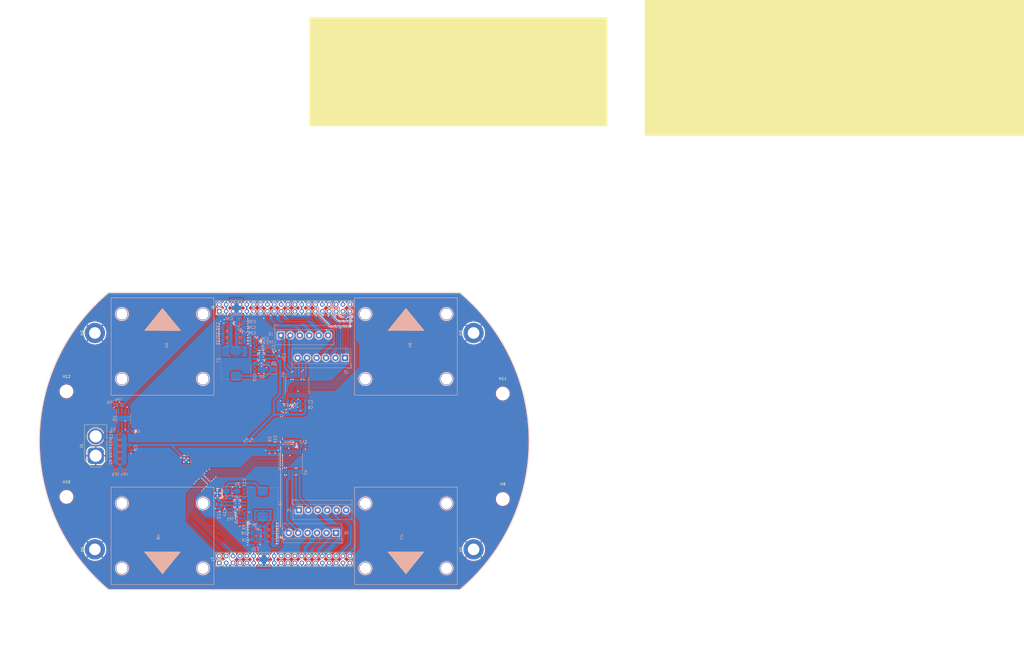
<source format=kicad_pcb>
(kicad_pcb (version 20211014) (generator pcbnew)
  (layers (0 "F.Cu" signal) (31 "B.Cu" power) (34 "B.Paste" user) (35 "F.Paste" user) (36 "B.SilkS" user "B.Silkscreen") (37 "F.SilkS" user "F.Silkscreen") (38 "B.Mask" user) (39 "F.Mask" user) (44 "Edge.Cuts" user))
  (net 0 "")
  (net 1 "+12V")
  (net 2 "GND")
  (net 3 "+5V")
  (net 4 "Net-(C12-Pad1)")
  (net 5 "PWMB_1")
  (net 6 "BIN2_1")
  (net 7 "BIN1_1")
  (net 8 "STBY_1")
  (net 9 "AIN1_1")
  (net 10 "AIN2_1")
  (net 11 "PWMA_1")
  (net 12 "+3V3")
  (net 13 "/Black_1")
  (net 14 "/Blue_1")
  (net 15 "/Green_1")
  (net 16 "PWMB_2")
  (net 17 "BIN2_2")
  (net 18 "BIN1_2")
  (net 19 "STBY_2")
  (net 20 "AIN1_2")
  (net 21 "AIN2_2")
  (net 22 "PWMA_2")
  (net 23 "/yellow_1")
  (net 24 "/AO2_1")
  (net 25 "/AO1_1")
  (net 26 "/Black_2")
  (net 27 "/Blue_2")
  (net 28 "/Green_2")
  (net 29 "/yellow_2")
  (net 30 "/BO2_1")
  (net 31 "/BO1_1")
  (net 32 "/Black_3")
  (net 33 "/Blue_3")
  (net 34 "/Green_3")
  (net 35 "/yellow_3")
  (net 36 "/AO2_2")
  (net 37 "/AO1_2")
  (net 38 "/Black_4")
  (net 39 "/Blue_4")
  (net 40 "/Green_4")
  (net 41 "/yellow_4")
  (net 42 "/BO2_2")
  (net 43 "/BO1_2")
  (net 49 "SDA")
  (net 53 "SCL")
  (net 66 "Net-(J1-Pad2)")
  (net 67 "/5v_FB")
  (net 68 "Net-(C12-Pad2)")
  (net 69 "Net-(C23-Pad1)")
  (net 70 "Net-(C23-Pad2)")
  (net 71 "Net-(TP1-Pad1)")
  (net 72 "Net-(TP2-Pad1)")
  (net 77 "/3v3_FB")
  (footprint "MountingHole:MountingHole_4.3mm_M4_DIN965_Pad_TopBottom" (layer "F.Cu") (at 45 65 90)
    (fp_text reference "H3")
    (fp_text value "Hole")
  )
  (footprint "MountingHole:MountingHole_4.3mm_M4_DIN965_Pad_TopBottom" (layer "F.Cu") (at 185 145 90)
    (fp_text reference "H1")
    (fp_text value "Hole")
  )
  (footprint "MountingHole:MountingHole_4.5mm" (layer "F.Cu") (at 195.8 126.4)
    (fp_text reference "H9")
    (fp_text value "Bumper")
  )
  (footprint "MountingHole:MountingHole_4.3mm_M4_DIN965_Pad_TopBottom" (layer "F.Cu") (at 45 145 90)
    (fp_text reference "H4")
    (fp_text value "Hole")
  )
  (footprint "Connector_PinHeader_2.54mm:PinHeader_2x20_P2.54mm_Vertical" (layer "F.Cu") (at 91 57 90)
    (fp_text reference "J6")
    (fp_text value "left")
  )
  (footprint "MountingHole:MountingHole_4.5mm" (layer "F.Cu") (at 195.8 87.4)
    (fp_text reference "H11")
    (fp_text value "Bumper")
  )
  (footprint "MountingHole:MountingHole_4.5mm" (layer "F.Cu") (at 34.5 125.6)
    (fp_text reference "H10")
    (fp_text value "Bumper")
  )
  (footprint "MountingHole:MountingHole_4.5mm" (layer "F.Cu") (at 34.5 86.6)
    (fp_text reference "H12")
    (fp_text value "Bumper")
  )
  (footprint "MountingHole:MountingHole_4.3mm_M4_DIN965_Pad_TopBottom" (layer "F.Cu") (at 185 65 90)
    (fp_text reference "H2")
    (fp_text value "Hole")
  )
  (footprint "Connector_PinHeader_2.54mm:PinHeader_2x20_P2.54mm_Vertical" (layer "F.Cu") (at 91 150 90)
    (fp_text reference "J7")
    (fp_text value "right")
  )
  (footprint "Connector_AMASS:AMASS_XT60-M_1x02_P7.20mm_Vertical" (layer "F.Cu") (at 45.3 110.4 90)
    (fp_text reference "J1")
    (fp_text value "Conn_01x02")
  )
  (footprint "Capacitor_SMD:C_0805_2012Metric" (layer "B.Cu") (at 58.4 107.4 -90)
    (fp_text reference "C3")
    (fp_text value "22u")
  )
  (footprint "Z_mycustom_footprint_lib:Inductor SMD,11.6x10.1x4mm" (layer "B.Cu") (at 107.025 128.15 -90)
    (fp_text reference "L1")
    (fp_text value "15u")
  )
  (footprint "Capacitor_SMD:C_0805_2012Metric" (layer "B.Cu") (at 111.6 107.45 -90)
    (fp_text reference "C10")
    (fp_text value "22u")
  )
  (footprint "Capacitor_SMD:C_1206_3216Metric" (layer "B.Cu") (at 98.8 63.1)
    (fp_text reference "C29")
    (fp_text value "47u")
  )
  (footprint "Capacitor_SMD:C_1206_3216Metric" (layer "B.Cu") (at 104.5 138.9 180)
    (fp_text reference "C18")
    (fp_text value "47u")
  )
  (footprint "Capacitor_SMD:C_0603_1608Metric" (layer "B.Cu") (at 58 101.3)
    (fp_text reference "C2")
    (fp_text value "100n")
  )
  (footprint "Resistor_SMD:R_0603_1608Metric" (layer "B.Cu") (at 104.7 68.7 180)
    (fp_text reference "R4")
    (fp_text value "10k")
  )
  (footprint "Capacitor_SMD:C_0603_1608Metric" (layer "B.Cu") (at 115.4 90.1 180)
    (fp_text reference "C8")
    (fp_text value "100n")
  )
  (footprint "Capacitor_SMD:C_0603_1608Metric" (layer "B.Cu") (at 117.6 106.9)
    (fp_text reference "C4")
    (fp_text value "100n")
  )
  (footprint "Capacitor_SMD:C_1206_3216Metric" (layer "B.Cu") (at 113.125 73.895 90)
    (fp_text reference "C24")
    (fp_text value "47u")
  )
  (footprint "Resistor_SMD:R_0603_1608Metric_Pad0.98x0.95mm_HandSolder" (layer "B.Cu") (at 104.8 70.3)
    (fp_text reference "R6")
    (fp_text value "5k9")
  )
  (footprint "TerminalBlock_4Ucon:TerminalBlock_4Ucon_1x06_P3.50mm_Horizontal" (layer "B.Cu") (at 113.75 65.9)
    (fp_text reference "J3")
    (fp_text value "Screw_Terminal_01x06")
  )
  (footprint "Resistor_SMD:R_1206_3216Metric_Pad1.30x1.75mm_HandSolder" (layer "B.Cu") (at 54.25 110.2)
    (fp_text reference "R9")
    (fp_text value "0.1")
  )
  (footprint "Package_SO:SSOP-24_5.3x8.2mm_P0.65mm" (layer "B.Cu") (at 119.8 84.4 -90)
    (fp_text reference "U1")
    (fp_text value "TB6612FNG")
  )
  (footprint "Resistor_SMD:R_0603_1608Metric_Pad0.98x0.95mm_HandSolder" (layer "B.Cu") (at 99.4 131.7 180)
    (fp_text reference "R5")
    (fp_text value "3k24")
  )
  (footprint "TestPoint:TestPoint_Pad_D1.0mm" (layer "B.Cu") (at 55 91.5 180)
    (fp_text reference "TP6")
    (fp_text value "TestPoint")
  )
  (footprint "Resistor_SMD:R_1206_3216Metric_Pad1.30x1.75mm_HandSolder" (layer "B.Cu") (at 54.25 107.9)
    (fp_text reference "R7")
    (fp_text value "0.1")
  )
  (footprint "Capacitor_SMD:C_1206_3216Metric" (layer "B.Cu") (at 98.8 60.7)
    (fp_text reference "C30")
    (fp_text value "47u")
  )
  (footprint "Capacitor_SMD:C_0603_1608Metric_Pad1.08x0.95mm_HandSolder" (layer "B.Cu") (at 98.7 134.3 90)
    (fp_text reference "C16")
    (fp_text value "1n5")
  )
  (footprint "Package_SO:SSOP-24_5.3x8.2mm_P0.65mm" (layer "B.Cu") (at 117.4 112.6 90)
    (fp_text reference "U2")
    (fp_text value "TB6612FNG")
  )
  (footprint "Capacitor_SMD:C_0603_1608Metric" (layer "B.Cu") (at 104.025 78.395 90)
    (fp_text reference "C23")
    (fp_text value "100n")
  )
  (footprint "TestPoint:TestPoint_Pad_D1.0mm" (layer "B.Cu") (at 52.9 91.6 180)
    (fp_text reference "TP5")
    (fp_text value "TestPoint")
  )
  (footprint "Diode_SMD:D_SMA" (layer "B.Cu") (at 95.525 123.5)
    (fp_text reference "D1")
    (fp_text value "D")
  )
  (footprint "Z_mycustom_footprint_lib:Inductor SMD,11.6x10.1x4mm" (layer "B.Cu") (at 97.125 76.195 90)
    (fp_text reference "L2")
    (fp_text value "15u")
  )
  (footprint "Capacitor_SMD:C_0603_1608Metric" (layer "B.Cu") (at 93.025 128.2 -90)
    (fp_text reference "C14")
    (fp_text value "100n")
  )
  (footprint "Resistor_SMD:R_0603_1608Metric" (layer "B.Cu") (at 100.3 134.3 90)
    (fp_text reference "R3")
    (fp_text value "10k")
  )
  (footprint "TerminalBlock_4Ucon:TerminalBlock_4Ucon_1x06_P3.50mm_Horizontal" (layer "B.Cu") (at 134.15 138.9 180)
    (fp_text reference "J5")
    (fp_text value "Screw_Terminal_01x06")
  )
  (footprint "Capacitor_SMD:C_1206_3216Metric" (layer "B.Cu") (at 109.3 141.3)
    (fp_text reference "C17")
    (fp_text value "47u")
  )
  (footprint "Capacitor_SMD:C_0603_1608Metric" (layer "B.Cu") (at 54.3 101.3 180)
    (fp_text reference "C1")
    (fp_text value "100n")
  )
  (footprint "Package_SO:SOIC-8_3.9x4.9mm_P1.27mm" (layer "B.Cu") (at 55.6 96.6 -90)
    (fp_text reference "U5")
    (fp_text value "INA219AxD")
  )
  (footprint "TestPoint:TestPoint_Pad_D1.0mm" (layer "B.Cu") (at 55.9 115.9)
    (fp_text reference "TP4")
    (fp_text value "TestPoint")
  )
  (footprint "Capacitor_SMD:C_0603_1608Metric" (layer "B.Cu") (at 94.6 61.1 180)
    (fp_text reference "C34")
    (fp_text value "100n")
  )
  (footprint "Z_mycustom_footprint_lib:JGA25-370 DC motor" (layer "B.Cu") (at 160 70 90)
    (fp_text reference "H6")
    (fp_text value "Motor")
  )
  (footprint "Capacitor_SMD:C_0603_1608Metric" (layer "B.Cu") (at 111.125 73.895 90)
    (fp_text reference "C25")
    (fp_text value "100n")
  )
  (footprint "Capacitor_SMD:C_0603_1608Metric" (layer "B.Cu") (at 100.225 123.7 -90)
    (fp_text reference "C12")
    (fp_text value "100n")
  )
  (footprint "Capacitor_SMD:C_0603_1608Metric" (layer "B.Cu") (at 122 106.9)
    (fp_text reference "C11")
    (fp_text value "100n")
  )
  (footprint "Package_SO:SOIC-8-1EP_3.9x4.9mm_P1.27mm_EP2.29x3mm_ThermalVias" (layer "B.Cu") (at 106.525 73.895)
    (fp_text reference "U4")
    (fp_text value "TPS5430DDAR")
  )
  (footprint "Capacitor_SMD:C_0805_2012Metric" (layer "B.Cu") (at 109.55 107.45 -90)
    (fp_text reference "C9")
    (fp_text value "22u")
  )
  (footprint "Resistor_SMD:R_1206_3216Metric_Pad1.30x1.75mm_HandSolder" (layer "B.Cu") (at 54.25 105.6)
    (fp_text reference "R12")
    (fp_text value "0.1")
  )
  (footprint "Capacitor_SMD:C_1206_3216Metric" (layer "B.Cu") (at 104.48 141.32 180)
    (fp_text reference "C19")
    (fp_text value "47u")
  )
  (footprint "TestPoint:TestPoint_Pad_D1.0mm" (layer "B.Cu") (at 52.7 115.9)
    (fp_text reference "TP3")
    (fp_text value "TestPoint")
  )
  (footprint "TestPoint:TestPoint_Pad_D1.0mm" (layer "B.Cu") (at 109 70 180)
    (fp_text reference "TP2")
    (fp_text value "TestPoint")
  )
  (footprint "Capacitor_SMD:C_0603_1608Metric_Pad1.08x0.95mm_HandSolder" (layer "B.Cu") (at 104.6 67.1 180)
    (fp_text reference "C26")
    (fp_text value "1n5")
  )
  (footprint "TerminalBlock_4Ucon:TerminalBlock_4Ucon_1x06_P3.50mm_Horizontal" (layer "B.Cu") (at 120.4 130.5)
    (fp_text reference "J4")
    (fp_text value "Screw_Terminal_01x06")
  )
  (footprint "Capacitor_SMD:C_1206_3216Metric" (layer "B.Cu") (at 93.8 67.9 180)
    (fp_text reference "C33")
    (fp_text value "47u")
  )
  (footprint "Capacitor_SMD:C_1206_3216Metric" (layer "B.Cu") (at 93.8 63.1 180)
    (fp_text reference "C31")
    (fp_text value "47u")
  )
  (footprint "TestPoint:TestPoint_Pad_D1.0mm" (layer "B.Cu") (at 95.125 131.9 180)
    (fp_text reference "TP1")
    (fp_text value "TestPoint")
  )
  (footprint "Capacitor_SMD:C_1206_3216Metric" (layer "B.Cu") (at 98.8 65.5)
    (fp_text reference "C28")
    (fp_text value "47u")
  )
  (footprint "Capacitor_SMD:C_1206_3216Metric" (layer "B.Cu") (at 93.8 65.5 180)
    (fp_text reference "C32")
    (fp_text value "47u")
  )
  (footprint "TerminalBlock_4Ucon:TerminalBlock_4Ucon_1x06_P3.50mm_Horizontal" (layer "B.Cu") (at 137.45 74.2 180)
    (fp_text reference "J2")
    (fp_text value "Screw_Terminal_01x06")
  )
  (footprint "Z_mycustom_footprint_lib:JGA25-370 DC motor" (layer "B.Cu") (at 70 140 -90)
    (fp_text reference "H8")
    (fp_text value "Motor")
  )
  (footprint "Resistor_SMD:R_1206_3216Metric_Pad1.30x1.75mm_HandSolder" (layer "B.Cu") (at 54.25 103.3)
    (fp_text reference "R13")
    (fp_text value "0.1")
  )
  (footprint "Capacitor_SMD:C_1206_3216Metric" (layer "B.Cu") (at 109.3 136.5)
    (fp_text reference "C22")
    (fp_text value "47u")
  )
  (footprint "Capacitor_SMD:C_0805_2012Metric" (layer "B.Cu") (at 121.9 92.4 180)
    (fp_text reference "C6")
    (fp_text value "22u")
  )
  (footprint "Z_mycustom_footprint_lib:JGA25-370 DC motor" (layer "B.Cu") (at 70 70 90)
    (fp_text reference "H5")
    (fp_text value "Motor")
  )
  (footprint "Capacitor_SMD:C_1206_3216Metric" (layer "B.Cu") (at 98.8 67.9)
    (fp_text reference "C27")
    (fp_text value "47u")
  )
  (footprint "Capacitor_SMD:C_1206_3216Metric" (layer "B.Cu") (at 109.3 138.89)
    (fp_text reference "C20")
    (fp_text value "47u")
  )
  (footprint "Package_SO:SOIC-8-1EP_3.9x4.9mm_P1.27mm_EP2.29x3mm_ThermalVias" (layer "B.Cu") (at 97.625 128.1 180)
    (fp_text reference "U3")
    (fp_text value "TPS5430DDAR")
  )
  (footprint "Capacitor_SMD:C_0603_1608Metric" (layer "B.Cu") (at 104.4 143.3 180)
    (fp_text reference "C21")
    (fp_text value "100n")
  )
  (footprint "Capacitor_SMD:C_1206_3216Metric" (layer "B.Cu") (at 104.5 136.5 180)
    (fp_text reference "C15")
    (fp_text value "47u")
  )
  (footprint "Z_mycustom_footprint_lib:JGA25-370 DC motor" (layer "B.Cu") (at 160 140 -90)
    (fp_text reference "H7")
    (fp_text value "Motor")
  )
  (footprint "Resistor_SMD:R_1206_3216Metric_Pad1.30x1.75mm_HandSolder" (layer "B.Cu") (at 54.25 112.6)
    (fp_text reference "R2")
    (fp_text value "0.1")
  )
  (footprint "Capacitor_SMD:C_0603_1608Metric" (layer "B.Cu") (at 118.675 90.1 180)
    (fp_text reference "C5")
    (fp_text value "100n")
  )
  (footprint "Capacitor_SMD:C_1206_3216Metric" (layer "B.Cu") (at 91.025 128.4 -90)
    (fp_text reference "C13")
    (fp_text value "47u")
  )
  (footprint "Capacitor_SMD:C_0805_2012Metric" (layer "B.Cu") (at 121.9 90.3 180)
    (fp_text reference "C7")
    (fp_text value "22u")
  )
  (footprint "Diode_SMD:D_SMA" (layer "B.Cu") (at 108.725 78.495 180)
    (fp_text reference "D2")
    (fp_text value "D")
  )
  (gr_rect (start 248.4 -58) (end 388.4 -8) (layer "F.SilkS") (width 0.2) (fill solid))
  (gr_rect (start 124.4 -51.6) (end 234.4 -11.6) (layer "F.SilkS") (width 0.2) (fill solid))
  (gr_arc locked (start 180 50) (mid 205.646921 105) (end 180 160) (layer "Edge.Cuts") (width 0.2))
  (gr_arc locked (start 50 160) (mid 24.353079 105) (end 50 50) (layer "Edge.Cuts") (width 0.2))
  (gr_line locked (start 50 50) (end 180 50) (layer "Edge.Cuts") (width 0.2))
  (gr_line locked (start 180 160) (end 50 160) (layer "Edge.Cuts") (width 0.2))
  (segment (start 78.7 112) (end 90.3 123.6) (width 1) (layer "F.Cu") (net 1))
  (segment (start 90.3 123.6) (end 90.3 124.2) (width 1) (layer "F.Cu") (net 1))
  (via (at 79.4 111.4) (size 0.7) (drill 0.5) (layers "F.Cu" "B.Cu") (net 1))
  (via (at 90.3 125.2) (size 0.7) (drill 0.5) (layers "F.Cu" "B.Cu") (net 1))
  (via (at 89.4 124.2) (size 0.7) (drill 0.5) (layers "F.Cu" "B.Cu") (net 1))
  (via (at 90.2 123.2) (size 0.7) (drill 0.5) (layers "F.Cu" "B.Cu") (net 1))
  (via (at 78 111.3) (size 0.7) (drill 0.5) (layers "F.Cu" "B.Cu") (net 1))
  (via (at 77.9 112.7) (size 0.7) (drill 0.5) (layers "F.Cu" "B.Cu") (net 1))
  (via (at 79.6 112.8) (size 0.7) (drill 0.5) (layers "F.Cu" "B.Cu") (net 1))
  (via (at 91.3 124.2) (size 0.7) (drill 0.5) (layers "F.Cu" "B.Cu") (net 1))
  (via (at 90.3 124.2) (size 0.7) (drill 0.5) (layers "F.Cu" "B.Cu") (net 1))
  (via (at 78.7 112) (size 0.7) (drill 0.5) (layers "F.Cu" "B.Cu") (net 1))
  (segment (start 95.15 127.465) (end 91.565 127.465) (width 0.5) (layer "B.Cu") (net 1))
  (segment (start 122.725 88) (end 122.725 92.275) (width 0.4) (layer "B.Cu") (net 1))
  (segment (start 114 108.825) (end 114.2 108.625) (width 1) (layer "B.Cu") (net 1))
  (segment (start 120.6 104.8) (end 114.8 104.8) (width 1) (layer "B.Cu") (net 1))
  (segment (start 54.965 101.19) (end 55.075 101.3) (width 0.3) (layer "B.Cu") (net 1))
  (segment (start 79.4 112.6) (end 79.6 112.8) (width 1) (layer "B.Cu") (net 1))
  (segment (start 77.9 111.4) (end 78 111.3) (width 1) (layer "B.Cu") (net 1))
  (segment (start 89.4 124.3) (end 90.3 125.2) (width 1) (layer "B.Cu") (net 1))
  (segment (start 99.9 106.4) (end 73.1 106.4) (width 1) (layer "B.Cu") (net 1))
  (segment (start 123.375 89.775) (end 122.85 90.3) (width 0.4) (layer "B.Cu") (net 1))
  (segment (start 54.965 99.075) (end 54.965 101.19) (width 0.3) (layer "B.Cu") (net 1))
  (segment (start 79.3 111.3) (end 79.4 111.4) (width 1) (layer "B.Cu") (net 1))
  (segment (start 116.225 88) (end 116.225 89.9) (width 0.4) (layer "B.Cu") (net 1))
  (segment (start 55.9 115.9) (end 55.9 112.7) (width 0.3) (layer "B.Cu") (net 1))
  (segment (start 116.325 94.875) (end 116.1 95.1) (width 1) (layer "B.Cu") (net 1))
  (segment (start 114.8 104.8) (end 114.2 105.4) (width 1) (layer "B.Cu") (net 1))
  (segment (start 90.3 124.2) (end 90.3 126.2) (width 1) (layer "B.Cu") (net 1))
  (segment (start 78 111.3) (end 79.3 111.3) (width 1) (layer "B.Cu") (net 1))
  (segment (start 121.225 105.425) (end 120.6 104.8) (width 1) (layer "B.Cu") (net 1))
  (segment (start 122.85 92.4) (end 122.85 94.35) (width 1) (layer "B.Cu") (net 1))
  (segment (start 114.2 106.8) (end 113.8 106.4) (width 1) (layer "B.Cu") (net 1))
  (segment (start 116.1 95.1) (end 111.2 95.1) (width 1) (layer "B.Cu") (net 1))
  (segment (start 89.4 124.2) (end 89.4 124) (width 1) (layer "B.Cu") (net 1))
  (segment (start 56.6 106.4) (end 55.8 105.6) (width 1) (layer "B.Cu") (net 1))
  (segment (start 55.9 112.7) (end 55.8 112.6) (width 0.3) (layer "B.Cu") (net 1))
  (segment (start 109 74.53) (end 112.285 74.53) (width 0.5) (layer "B.Cu") (net 1))
  (segment (start 116.225 89.9) (end 116.325 90) (width 0.4) (layer "B.Cu") (net 1))
  (segment (start 77.9 112.7) (end 79.5 112.7) (width 1) (layer "B.Cu") (net 1))
  (segment (start 111.2 89.9) (end 111.2 95.1) (width 1) (layer "B.Cu") (net 1))
  (segment (start 55.075 102.575) (end 55.8 103.3) (width 0.3) (layer "B.Cu") (net 1))
  (segment (start 112.285 74.53) (end 113.125 75.37) (width 0.5) (layer "B.Cu") (net 1))
  (segment (start 77.9 112.7) (end 77.9 111.4) (width 1) (layer "B.Cu") (net 1))
  (segment (start 120.975 107.15) (end 121.225 106.9) (width 0.4) (layer "B.Cu") (net 1))
  (segment (start 73.1 106.4) (end 56.6 106.4) (width 1) (layer "B.Cu") (net 1))
  (segment (start 91.565 127.465) (end 91.025 126.925) (width 0.5) (layer "B.Cu") (net 1))
  (segment (start 79.4 111.4) (end 79.4 112.6) (width 1) (layer "B.Cu") (net 1))
  (segment (start 73.1 106.4) (end 78.7 112) (width 1) (layer "B.Cu") (net 1))
  (segment (start 89.4 124.2) (end 89.4 124.3) (width 1) (layer "B.Cu") (net 1))
  (segment (start 114.2 105.4) (end 114.2 106.8) (width 1) (layer "B.Cu") (net 1))
  (segment (start 122.85 94.35) (end 122.1 95.1) (width 1) (layer "B.Cu") (net 1))
  (segment (start 55.075 101.3) (end 55.075 102.575) (width 0.3) (layer "B.Cu") (net 1))
  (segment (start 90.3 126.2) (end 91.025 126.925) (width 1) (layer "B.Cu") (net 1))
  (segment (start 116.325 90) (end 116.325 94.875) (width 1) (layer "B.Cu") (net 1))
  (segment (start 122.85 92.4) (end 122.85 90.3) (width 0.4) (layer "B.Cu") (net 1))
  (segment (start 121.225 106.9) (end 121.225 105.425) (width 1) (layer "B.Cu") (net 1))
  (segment (start 113.5 75.745) (end 113.5 87.6) (width 1) (layer "B.Cu") (net 1))
  (segment (start 113.125 75.37) (end 113.5 75.745) (width 1) (layer "B.Cu") (net 1))
  (segment (start 79.5 112.7) (end 79.6 112.8) (width 1) (layer "B.Cu") (net 1))
  (segment (start 90.3 125.2) (end 91.3 124.2) (width 1) (layer "B.Cu") (net 1))
  (segment (start 114.2 108.625) (end 114.2 106.8) (width 1) (layer "B.Cu") (net 1))
  (segment (start 123.375 88) (end 123.375 89.775) (width 0.4) (layer "B.Cu") (net 1))
  (segment (start 90.3 123.2) (end 91.3 124.2) (width 1) (layer "B.Cu") (net 1))
  (segment (start 122.725 92.275) (end 122.85 92.4) (width 0.4) (layer "B.Cu") (net 1))
  (segment (start 113.5 87.6) (end 111.2 89.9) (width 1) (layer "B.Cu") (net 1))
  (segment (start 90.2 123.2) (end 90.3 123.2) (width 1) (layer "B.Cu") (net 1))
  (segment (start 111.2 95.1) (end 99.9 106.4) (width 1) (layer "B.Cu") (net 1))
  (segment (start 122.1 95.1) (end 116.1 95.1) (width 1) (layer "B.Cu") (net 1))
  (segment (start 89.4 124) (end 90.2 123.2) (width 1) (layer "B.Cu") (net 1))
  (segment (start 120.975 109) (end 120.975 107.15) (width 0.4) (layer "B.Cu") (net 1))
  (segment (start 55.8 112.9) (end 55.8 103.3) (width 2) (layer "B.Cu") (net 1))
  (segment (start 113.8 106.4) (end 99.9 106.4) (width 1) (layer "B.Cu") (net 1))
  (segment (start 87.3 115.4) (end 89.7 117.8) (width 0.2) (layer "F.Cu") (net 2))
  (segment (start 88.173911 119.573911) (end 88.273911 119.573911) (width 0.2) (layer "F.Cu") (net 2))
  (segment (start 84.423911 123.323911) (end 84.523911 123.323911) (width 0.2) (layer "F.Cu") (net 2))
  (segment (start 86.3 116.1) (end 88.923911 118.723911) (width 0.2) (layer "F.Cu") (net 2))
  (segment (start 83.4 119) (end 86.073911 121.673911) (width 0.2) (layer "F.Cu") (net 2))
  (segment (start 139.3 59.7) (end 138 59.7) (width 0.2) (layer "F.Cu") (net 2))
  (segment (start 81.8 120.7) (end 84.423911 123.323911) (width 0.2) (layer "F.Cu") (net 2))
  (segment (start 85.5 116.9) (end 88.173911 119.573911) (width 0.2) (layer "F.Cu") (net 2))
  (segment (start 88.923911 118.723911) (end 88.923911 118.923911) (width 0.2) (layer "F.Cu") (net 2))
  (segment (start 82.5 119.8) (end 85.223911 122.523911) (width 0.2) (layer "F.Cu") (net 2))
  (segment (start 86.073911 121.673911) (end 86.173911 121.673911) (width 0.2) (layer "F.Cu") (net 2))
  (segment (start 85.223911 122.523911) (end 85.223911 122.623911) (width 0.2) (layer "F.Cu") (net 2))
  (segment (start 89.7 117.8) (end 89.7 118.2) (width 0.2) (layer "F.Cu") (net 2))
  (via (at 126.8 58.7) (size 0.6) (drill 0.4) (layers "F.Cu" "B.Cu") (net 2))
  (via (at 101.5 143.4) (size 0.6) (drill 0.4) (layers "F.Cu" "B.Cu") (net 2))
  (via (at 101.5 142.5) (size 0.6) (drill 0.4) (layers "F.Cu" "B.Cu") (net 2))
  (via (at 101.5 140.6) (size 0.6) (drill 0.4) (layers "F.Cu" "B.Cu") (net 2))
  (via (at 139.3 59.7) (size 0.6) (drill 0.4) (layers "F.Cu" "B.Cu") (net 2))
  (via (at 121 93.7) (size 0.6) (drill 0.4) (layers "F.Cu" "B.Cu") (net 2))
  (via (at 91 68.1) (size 0.6) (drill 0.4) (layers "F.Cu" "B.Cu") (net 2))
  (via (at 107.4 59.6) (size 0.6) (drill 0.4) (layers "F.Cu" "B.Cu") (net 2))
  (via (at 131.3 58.7) (size 0.6) (drill 0.4) (layers "F.Cu" "B.Cu") (net 2))
  (via (at 101.5 60.6) (size 0.6) (drill 0.4) (layers "F.Cu" "B.Cu") (net 2))
  (via (at 118.2 79.2) (size 0.6) (drill 0.4) (layers "F.Cu" "B.Cu") (net 2))
  (via (at 115.8 114.8) (size 0.6) (drill 0.4) (layers "F.Cu" "B.Cu") (net 2))
  (via (at 122.0105 78.7) (size 0.6) (drill 0.4) (layers "F.Cu" "B.Cu") (net 2))
  (via (at 97 131.5) (size 0.6) (drill 0.4) (layers "F.Cu" "B.Cu") (net 2))
  (via (at 129.3 58.6) (size 0.6) (drill 0.4) (layers "F.Cu" "B.Cu") (net 2))
  (via (at 139.3 61.6) (size 0.6) (drill 0.4) (layers "F.Cu" "B.Cu") (net 2))
  (via (at 112.3 136.4) (size 0.6) (drill 0.4) (layers "F.Cu" "B.Cu") (net 2))
  (via (at 122.8 107.9) (size 0.6) (drill 0.4) (layers "F.Cu" "B.Cu") (net 2))
  (via (at 97 133.4) (size 0.6) (drill 0.4) (layers "F.Cu" "B.Cu") (net 2))
  (via (at 52 92.6) (size 0.6) (drill 0.4) (layers "F.Cu" "B.Cu") (net 2))
  (via (at 97.6 125.8) (size 0.6) (drill 0.4) (layers "F.Cu" "B.Cu") (net 2))
  (via (at 114 94) (size 0.6) (drill 0.4) (layers "F.Cu" "B.Cu") (net 2))
  (via (at 91 67.2) (size 0.6) (drill 0.4) (layers "F.Cu" "B.Cu") (net 2))
  (via (at 112.3 139.1) (size 0.6) (drill 0.4) (layers "F.Cu" "B.Cu") (net 2))
  (via (at 117.1 110.3) (size 0.6) (drill 0.4) (layers "F.Cu" "B.Cu") (net 2))
  (via (at 120 91.1) (size 0.6) (drill 0.4) (layers "F.Cu" "B.Cu") (net 2))
  (via (at 59.7 108.4) (size 0.6) (drill 0.4) (layers "F.Cu" "B.Cu") (net 2))
  (via (at 107.2 71.5) (size 0.6) (drill 0.4) (layers "F.Cu" "B.Cu") (net 2))
  (via (at 89.7 118.2) (size 0.6) (drill 0.4) (layers "F.Cu" "B.Cu") (net 2))
  (via (at 84.523911 123.323911) (size 0.6) (drill 0.4) (layers "F.Cu" "B.Cu") (net 2))
  (via (at 117.5 82.2) (size 0.6) (drill 0.4) (layers "F.Cu" "B.Cu") (net 2))
  (via (at 101.5 64.3) (size 0.6) (drill 0.4) (layers "F.Cu" "B.Cu") (net 2))
  (via (at 102.6 69.6) (size 0.6) (drill 0.4) (layers "F.Cu" "B.Cu") (net 2))
  (via (at 119.025 117.525) (size 0.6) (drill 0.4) (layers "F.Cu" "B.Cu") (net 2))
  (via (at 101.5 141.6) (size 0.6) (drill 0.4) (layers "F.Cu" "B.Cu") (net 2))
  (via (at 111.125 72.295) (size 0.6) (drill 0.4) (layers "F.Cu" "B.Cu") (net 2))
  (via (at 98.6 136.4) (size 0.6) (drill 0.4) (layers "F.Cu" "B.Cu") (net 2))
  (via (at 88.923911 118.923911) (size 0.6) (drill 0.4) (layers "F.Cu" "B.Cu") (net 2))
  (via (at 54 90.6) (size 0.6) (drill 0.4) (layers "F.Cu" "B.Cu") (net 2))
  (via (at 101.5 137) (size 0.6) (drill 0.4) (layers "F.Cu" "B.Cu") (net 2))
  (via (at 108.2 108.4) (size 0.6) (drill 0.4) (layers "F.Cu" "B.Cu") (net 2))
  (via (at 101.5 59.8) (size 0.6) (drill 0.4) (layers "F.Cu" "B.Cu") (net 2))
  (via (at 113.6 90.1) (size 0.6) (drill 0.4) (layers "F.Cu" "B.Cu") (net 2))
  (via (at 92.7 61.4) (size 0.6) (drill 0.4) (layers "F.Cu" "B.Cu") (net 2))
  (via (at 83.4 119) (size 0.6) (drill 0.4) (layers "F.Cu" "B.Cu") (net 2))
  (via (at 101.5 65.9) (size 0.6) (drill 0.4) (layers "F.Cu" "B.Cu") (net 2))
  (via (at 98.6 122) (size 0.6) (drill 0.4) (layers "F.Cu" "B.Cu") (net 2))
  (via (at 101.5 62.5) (size 0.6) (drill 0.4) (layers "F.Cu" "B.Cu") (net 2))
  (via (at 115.8 117.5) (size 0.6) (drill 0.4) (layers "F.Cu" "B.Cu") (net 2))
  (via (at 112 71.7) (size 0.6) (drill 0.4) (layers "F.Cu" "B.Cu") (net 2))
  (via (at 105.6 80) (size 0.6) (drill 0.4) (layers "F.Cu" "B.Cu") (net 2))
  (via (at 108.4 77.8) (size 0.6) (drill 0.4) (layers "F.Cu" "B.Cu") (net 2))
  (via (at 82.5 119.8) (size 0.6) (drill 0.4) (layers "F.Cu" "B.Cu") (net 2))
  (via (at 115.1 114.8) (size 0.6) (drill 0.4) (layers "F.Cu" "B.Cu") (net 2))
  (via (at 93 129.9) (size 0.6) (drill 0.4) (layers "F.Cu" "B.Cu") (net 2))
  (via (at 119.9 92.4) (size 0.6) (drill 0.4) (layers "F.Cu" "B.Cu") (net 2))
  (via (at 111.6 109.4) (size 0.6) (drill 0.4) (layers "F.Cu" "B.Cu") (net 2))
  (via (at 119.675 117.425) (size 0.6) (drill 0.4) (layers "F.Cu" "B.Cu") (net 2))
  (via (at 112.3 142.8) (size 0.6) (drill 0.4) (layers "F.Cu" "B.Cu") (net 2))
  (via (at 56.9 92.4) (size 0.6) (drill 0.4) (layers "F.Cu" "B.Cu") (net 2))
  (via (at 120.125 89.475) (size 0.6) (drill 0.4) (layers "F.Cu" "B.Cu") (net 2))
  (via (at 101.5 137.9) (size 0.6) (drill 0.4) (layers "F.Cu" "B.Cu") (net 2))
  (via (at 121.3 82.1) (size 0.6) (drill 0.4) (layers "F.Cu" "B.Cu") (net 2))
  (via (at 121.3995 79.3) (size 0.6) (drill 0.4) (layers "F.Cu" "B.Cu") (net 2))
  (via (at 107.5 79.9) (size 0.6) (drill 0.4) (layers "F.Cu" "B.Cu") (net 2))
  (via (at 135.8 63.2) (size 0.6) (drill 0.4) (layers "F.Cu" "B.Cu") (net 2))
  (via (at 58.4 109.6) (size 0.6) (drill 0.4) (layers "F.Cu" "B.Cu") (net 2))
  (via (at 95.9 122) (size 0.6) (drill 0.4) (layers "F.Cu" "B.Cu") (net 2))
  (via (at 86.173911 121.673911) (size 0.6) (drill 0.4) (layers "F.Cu" "B.Cu") (net 2))
  (via (at 85.223911 122.623911) (size 0.6) (drill 0.4) (layers "F.Cu" "B.Cu") (net 2))
  (via (at 109.5 109.5) (size 0.6) (drill 0.4) (layers "F.Cu" "B.Cu") (net 2))
  (via (at 114.6 91.1) (size 0.6) (drill 0.4) (layers "F.Cu" "B.Cu") (net 2))
  (via (at 91 64.5) (size 0.6) (drill 0.4) (layers "F.Cu" "B.Cu") (net 2))
  (via (at 101.5 139.7) (size 0.6) (drill 0.4) (layers "F.Cu" "B.Cu") (net 2))
  (via (at 105.8 71.5) (size 0.6) (drill 0.4) (layers "F.Cu" "B.Cu") (net 2))
  (via (at 118.4 92.6) (size 0.6) (drill 0.4) (layers "F.Cu" "B.Cu") (net 2))
  (via (at 102 131.2) (size 0.6) (drill 0.4) (layers "F.Cu" "B.Cu") (net 2))
  (via (at 120 107.5) (size 0.6) (drill 0.4) (layers "F.Cu" "B.Cu") (net 2))
  (via (at 115.1 117.5) (size 0.6) (drill 0.4) (layers "F.Cu" "B.Cu") (net 2))
  (via (at 134 58.8) (size 0.6) (drill 0.4) (layers "F.Cu" "B.Cu") (net 2))
  (via (at 112.3 135.5) (size 0.6) (drill 0.4) (layers "F.Cu" "B.Cu") (net 2))
  (via (at 101.5 136.1) (size 0.6) (drill 0.4) (layers "F.Cu" "B.Cu") (net 2))
  (via (at 112.6 58.6) (size 0.6) (drill 0.4) (layers "F.Cu" "B.Cu") (net 2))
  (via (at 113.1 73.5) (size 0.6) (drill 0.4) (layers "F.Cu" "B.Cu") (net 2))
  (via (at 91 62.6) (size 0.6) (drill 0.4) (layers "F.Cu" "B.Cu") (net 2))
  (via (at 110 58.6) (size 0.6) (drill 0.4) (layers "F.Cu" "B.Cu") (net 2))
  (via (at 116.6 107.625498) (size 0.6) (drill 0.4) (layers "F.Cu" "B.Cu") (net 2))
  (via (at 92.8 60.1) (size 0.6) (drill 0.4) (layers "F.Cu" "B.Cu") (net 2))
  (via (at 95.8 124.3) (size 0.6) (drill 0.4) (layers "F.Cu" "B.Cu") (net 2))
  (via (at 86.3 116.1) (size 0.6) (drill 0.4) (layers "F.Cu" "B.Cu") (net 2))
  (via (at 115.2 58.6) (size 0.6) (drill 0.4) (layers "F.Cu" "B.Cu") (net 2))
  (via (at 97 132.5) (size 0.6) (drill 0.4) (layers "F.Cu" "B.Cu") (net 2))
  (via (at 56.2 97.5) (size 0.6) (drill 0.4) (layers "F.Cu" "B.Cu") (net 2))
  (via (at 91 61.7) (size 0.6) (drill 0.4) (layers "F.Cu" "B.Cu") (net 2))
  (via (at 87.3 115.4) (size 0.6) (drill 0.4) (layers "F.Cu" "B.Cu") (net 2))
  (via (at 112.3 141) (size 0.6) (drill 0.4) (layers "F.Cu" "B.Cu") (net 2))
  (via (at 122.8 105.9) (size 0.6) (drill 0.4) (layers "F.Cu" "B.Cu") (net 2))
  (via (at 85.5 116.9) (size 0.6) (drill 0.4) (layers "F.Cu" "B.Cu") (net 2))
  (via (at 106.6 76.1) (size 0.6) (drill 0.4) (layers "F.Cu" "B.Cu") (net 2))
  (via (at 112.3 141.9) (size 0.6) (drill 0.4) (layers "F.Cu" "B.Cu") (net 2))
  (via (at 113.1 71.4) (size 0.6) (drill 0.4) (layers "F.Cu" "B.Cu") (net 2))
  (via (at 101.5 138.9) (size 0.6) (drill 0.4) (layers "F.Cu" "B.Cu") (net 2))
  (via (at 118.8 91) (size 0.6) (drill 0.4) (layers "F.Cu" "B.Cu") (net 2))
  (via (at 112.3 140) (size 0.6) (drill 0.4) (layers "F.Cu" "B.Cu") (net 2))
  (via (at 91.5 60.7) (size 0.6) (drill 0.4) (layers "F.Cu" "B.Cu") (net 2))
  (via (at 91 65.3) (size 0.6) (drill 0.4) (layers "F.Cu" "B.Cu") (net 2))
  (via (at 101.5 66.8) (size 0.6) (drill 0.4) (layers "F.Cu" "B.Cu") (net 2))
  (via (at 101.5 61.5) (size 0.6) (drill 0.4) (layers "F.Cu" "B.Cu") (net 2))
  (via (at 119.675 114.925) (size 0.6) (drill 0.4) (layers "F.Cu" "B.Cu") (net 2))
  (via (at 122.3 82.2) (size 0.6) (drill 0.4) (layers "F.Cu" "B.Cu") (net 2))
  (via (at 112.3 138.3) (size 0.6) (drill 0.4) (layers "F.Cu" "B.Cu") (net 2))
  (via (at 91 69) (size 0.6) (drill 0.4) (layers "F.Cu" "B.Cu") (net 2))
  (via (at 88.273911 119.573911) (size 0.6) (drill 0.4) (layers "F.Cu" "B.Cu") (net 2))
  (via (at 101.5 69) (size 0.6) (drill 0.4) (layers "F.Cu" "B.Cu") (net 2))
  (via (at 91 66.2) (size 0.6) (drill 0.4) (layers "F.Cu" "B.Cu") (net 2))
  (via (at 101.5 63.4) (size 0.6) (drill 0.4) (layers "F.Cu" "B.Cu") (net 2))
  (via (at 119.025 114.975) (size 0.6) (drill 0.4) (layers "F.Cu" "B.Cu") (net 2))
  (via (at 91.3 131) (size 0.6) (drill 0.4) (layers "F.Cu" "B.Cu") (net 2))
  (via (at 56.2 100.7) (size 0.6) (drill 0.4) (layers "F.Cu" "B.Cu") (net 2))
  (via (at 130.6 63.8) (size 0.6) (drill 0.4) (layers "F.Cu" "B.Cu") (net 2))
  (via (at 89.5 129.9) (size 0.6) (drill 0.4) (layers "F.Cu" "B.Cu") (net 2))
  (via (at 117.5995 79.5) (size 0.6) (drill 0.4) (layers "F.Cu" "B.Cu") (net 2))
  (via (at 114.9 141.4) (size 0.6) (drill 0.4) (layers "F.Cu" "B.Cu") (net 2))
  (via (at 112.8 108.4) (size 0.6) (drill 0.4) (layers "F.Cu" "B.Cu") (net 2))
  (via (at 91 63.5) (size 0.6) (drill 0.4) (layers "F.Cu" "B.Cu") (net 2))
  (via (at 81.8 120.7) (size 0.6) (drill 0.4) (layers "F.Cu" "B.Cu") (net 2))
  (via (at 118.3 82.2) (size 0.6) (drill 0.4) (layers "F.Cu" "B.Cu") (net 2))
  (via (at 97.6 130.2) (size 0.6) (drill 0.4) (layers "F.Cu" "B.Cu") (net 2))
  (via (at 112.3 137.3) (size 0.6) (drill 0.4) (layers "F.Cu" "B.Cu") (net 2))
  (via (at 120.1 86.5) (size 0.6) (drill 0.4) (layers "F.Cu" "B.Cu") (net 2))
  (via (at 106.6 77.3) (size 0.6) (drill 0.4) (layers "F.Cu" "B.Cu") (net 2))
  (via (at 119.6 105.8) (size 0.6) (drill 0.4) (layers "F.Cu" "B.Cu") (net 2))
  (via (at 138 59.7) (size 0.6) (drill 0.4) (layers "F.Cu" "B.Cu") (net 2))
  (via (at 101.5 67.9) (size 0.6) (drill 0.4) (layers "F.Cu" "B.Cu") (net 2))
  (segment (start 120 91.45) (end 120.95 92.4) (width 0.4) (layer "B.Cu") (net 2))
  (segment (start 111.125 73.12) (end 111.125 72.295) (width 0.5) (layer "B.Cu") (net 2))
  (segment (start 59.65 108.35) (end 59.7 108.4) (width 0.4) (layer "B.Cu") (net 2))
  (segment (start 114.625 91.075) (end 114.6 91.1) (width 0.4) (layer "B.Cu") (net 2))
  (segment (start 120.95 90.3) (end 120.8 90.3) (width 0.4) (layer "B.Cu") (net 2))
  (segment (start 122.775 105.925) (end 122.8 105.9) (width 0.4) (layer "B.Cu") (net 2))
  (segment (start 92.165 128.735) (end 91.025 129.875) (width 0.5) (layer "B.Cu") (net 2))
  (segment (start 117.05 107.725) (end 117.075 107.75) (width 0.4) (layer "B.Cu") (net 2))
  (segment (start 120.125 88) (end 120.125 89.475) (width 0.4) (layer "B.Cu") (net 2))
  (segment (start 107.175 74.895) (end 107.175 78.045) (width 0.5) (layer "B.Cu") (net 2))
  (segment (start 56.235 99.075) (end 56.235 97.535) (width 0.3) (layer "B.Cu") (net 2))
  (segment (start 56.235 100.665) (end 56.2 100.7) (width 0.3) (layer "B.Cu") (net 2))
  (segment (start 105.875 74.895) (end 105.875 77.645) (width 0.5) (layer "B.Cu") (net 2))
  (segment (start 120.95 92.4) (end 119.9 92.4) (width 0.4) (layer "B.Cu") (net 2))
  (segment (start 119.5 90.1) (end 120.125 89.475) (width 0.4) (layer "B.Cu") (net 2))
  (segment (start 116.825 107.5) (end 117.075 107.75) (width 0.4) (layer "B.Cu") (net 2))
  (segment (start 119.675 117.425) (end 119.675 116.2) (width 0.4) (layer "B.Cu") (net 2))
  (segment (start 119.45 90.1) (end 119.45 90.55) (width 0.4) (layer "B.Cu") (net 2))
  (segment (start 115.125 116.2) (end 115.125 114.825) (width 0.4) (layer "B.Cu") (net 2))
  (segment (start 54.965 91.535) (end 55 91.5) (width 0.3) (layer "B.Cu") (net 2))
  (segment (start 95.15 128.735) (end 96.99 128.735) (width 0.5) (layer "B.Cu") (net 2))
  (segment (start 121.425 80.8) (end 121.425 81.975) (width 0.4) (layer "B.Cu") (net 2))
  (segment (start 120.95 90.3) (end 120.95 92.4) (width 0.4) (layer "B.Cu") (net 2))
  (segment (start 107.175 78.045) (end 106.725 78.495) (width 0.5) (layer "B.Cu") (net 2))
  (segment (start 115.125 117.475) (end 115.1 117.5) (width 0.4) (layer "B.Cu") (net 2))
  (segment (start 118.175 80.8) (end 118.175 79.225) (width 0.4) (layer "B.Cu") (net 2))
  (segment (start 52 92.5) (end 52.9 91.6) (width 0.3) (layer "B.Cu") (net 2))
  (segment (start 109.55 108.4) (end 108.2 108.4) (width 0.4) (layer "B.Cu") (net 2))
  (segment (start 119.025 114.975) (end 119.025 116.2) (width 0.4) (layer "B.Cu") (net 2))
  (segment (start 56.8 101.3) (end 56.2 100.7) (width 0.3) (layer "B.Cu") (net 2))
  (segment (start 120 91.1) (end 120 91.45) (width 0.4) (layer "B.Cu") (net 2))
  (segment (start 119.45 90.35) (end 118.8 91) (width 0.4) (layer "B.Cu") (net 2))
  (segment (start 119.675 114.925) (end 119.675 116.2) (width 0.4) (layer "B.Cu") (net 2))
  (segment (start 122.075 81.975) (end 122.3 82.2) (width 0.4) (layer "B.Cu") (net 2))
  (segment (start 115.775 114.825) (end 115.8 114.8) (width 0.4) (layer "B.Cu") (net 2))
  (segment (start 114.625 90.1) (end 113.6 90.1) (width 0.4) (layer "B.Cu") (net 2))
  (segment (start 116.6 107.625498) (end 116.699502 107.725) (width 0.4) (layer "B.Cu") (net 2))
  (segment (start 89.5 129.9) (end 91 129.9) (width 0.5) (layer "B.Cu") (net 2))
  (segment (start 117.525 80.8) (end 117.525 82.175) (width 0.4) (layer "B.Cu") (net 2))
  (segment (start 122.0105 78.7) (end 122.075 78.7645) (width 0.4) (layer "B.Cu") (net 2))
  (segment (start 117.075 110.275) (end 117.1 110.3) (width 0.4) (layer "B.Cu") (net 2))
  (segment (start 109 73.26) (end 112.285 73.26) (width 0.5) (layer "B.Cu") (net 2))
  (segment (start 96.99 128.735) (end 97.625 128.1) (width 0.5) (layer "B.Cu") (net 2))
  (segment (start 58.4 108.35) (end 58.4 109.6) (width 0.4) (layer "B.Cu") (net 2))
  (segment (start 122.075 78.7645) (end 122.075 80.8) (width 0.4) (layer "B.Cu") (net 2))
  (segment (start 111.6 108.4) (end 112.8 108.4) (width 0.4) (layer "B.Cu") (net 2))
  (segment (start 115.775 116.2) (end 115.775 117.475) (width 0.4) (layer "B.Cu") (net 2))
  (segment (start 56.235 97.535) (end 56.2 97.5) (width 0.3) (layer "B.Cu") (net 2))
  (segment (start 117.075 107.75) (end 117.075 109) (width 0.4) (layer "B.Cu") (net 2))
  (segment (start 121.425 79.3255) (end 121.3995 79.3) (width 0.4) (layer "B.Cu") (net 2))
  (segment (start 114.625 90.1) (end 114.625 91.075) (width 0.4) (layer "B.Cu") (net 2))
  (segment (start 57.225 101.3) (end 56.8 101.3) (width 0.3) (layer "B.Cu") (net 2))
  (segment (start 58.4 108.35) (end 59.65 108.35) (width 0.4) (layer "B.Cu") (net 2))
  (segment (start 118.175 82.075) (end 118.3 82.2) (width 0.4) (layer "B.Cu") (net 2))
  (segment (start 95.15 128.735) (end 92.165 128.735) (width 0.5) (layer "B.Cu") (net 2))
  (segment (start 115.125 114.825) (end 115.1 114.8) (width 0.4) (layer "B.Cu") (net 2))
  (segment (start 112.72 72.42) (end 112 71.7) (width 0.4) (layer "B.Cu") (net 2))
  (segment (start 116.825 106.9) (end 116.825 107.5) (width 0.4) (layer "B.Cu") (net 2))
  (segment (start 54 90.6) (end 54.1 90.6) (width 0.3) (layer "B.Cu") (net 2))
  (segment (start 109 73.26) (end 107.16 73.26) (width 0.5) (layer "B.Cu") (net 2))
  (segment (start 53.695 92.395) (end 52.9 91.6) (width 0.3) (layer "B.Cu") (net 2))
  (segment (start 116.699502 107.725) (end 117.05 107.725) (width 0.4) (layer "B.Cu") (net 2))
  (segment (start 113.125 72.42) (end 113.125 73.475) (width 0.4) (layer "B.Cu") (net 2))
  (segment (start 121.425 80.8) (end 121.425 79.3255) (width 0.4) (layer "B.Cu") (net 2))
  (segment (start 111.6 108.4) (end 111.6 109.4) (width 0.4) (layer "B.Cu") (net 2))
  (segment (start 54.965 94.125) (end 54.965 91.535) (width 0.3) (layer "B.Cu") (net 2))
  (segment (start 120.8 90.3) (end 120 91.1) (width 0.4) (layer "B.Cu") (net 2))
  (segment (start 109.55 108.4) (end 109.55 109.45) (width 0.4) (layer "B.Cu") (net 2))
  (segment (start 120.125 86.525) (end 120.1 86.5) (width 0.4) (layer "B.Cu") (net 2))
  (segment (start 121.425 81.975) (end 121.3 82.1) (width 0.4) (layer "B.Cu") (net 2))
  (segment (start 109.55 109.45) (end 109.5 109.5) (width 0.4) (layer "B.Cu") (net 2))
  (segment (start 120.125 89.475) (end 120.95 90.3) (width 0.4) (layer "B.Cu") (net 2))
  (segment (start 119.45 90.1) (end 119.5 90.1) (width 0.4) (layer "B.Cu") (net 2))
  (segment (start 93 129) (end 93.025 128.975) (width 0.5) (layer "B.Cu") (net 2))
  (segment (start 122.775 106.9) (end 122.775 107.875) (width 0.4) (layer "B.Cu") (net 2))
  (segment (start 93 129.9) (end 93 129) (width 0.5) (layer "B.Cu") (net 2))
  (segment (start 54.1 90.6) (end 55 91.5) (width 0.3) (layer "B.Cu") (net 2))
  (segment (start 91.3 131) (end 91.3 130.15) (width 0.5) (layer "B.Cu") (net 2))
  (segment (start 52 92.6) (end 52 92.5) (width 0.3) (layer "B.Cu") (net 2))
  (segment (start 118.175 80.8) (end 118.175 82.075) (width 0.4) (layer "B.Cu") (net 2))
  (segment (start 120.95 92.4) (end 120.95 93.65) (width 0.4) (layer "B.Cu") (net 2))
  (segment (start 115.125 116.2) (end 115.125 117.475) (width 0.4) (layer "B.Cu") (net 2))
  (segment (start 119.45 90.55) (end 120 91.1) (width 0.4) (layer "B.Cu") (net 2))
  (segment (start 91.3 130.15) (end 91.025 129.875) (width 0.5) (layer "B.Cu") (net 2))
  (segment (start 113.125 72.42) (end 113.125 71.425) (width 0.4) (layer "B.Cu") (net 2))
  (segment (start 120.125 88) (end 120.125 86.525) (width 0.4) (layer "B.Cu") (net 2))
  (segment (start 112.285 73.26) (end 113.125 72.42) (width 0.5) (layer "B.Cu") (net 2))
  (segment (start 115.775 117.475) (end 115.8 117.5) (width 0.4) (layer "B.Cu") (net 2))
  (segment (start 117.525 82.175) (end 117.5 82.2) (width 0.4) (layer "B.Cu") (net 2))
  (segment (start 105.875 77.645) (end 106.725 78.495) (width 0.5) (layer "B.Cu") (net 2))
  (segment (start 113.125 73.475) (end 113.1 73.5) (width 0.4) (layer "B.Cu") (net 2))
  (segment (start 117.525 80.8) (end 117.525 79.5745) (width 0.4) (layer "B.Cu") (net 2))
  (segment (start 118.175 79.225) (end 118.2 79.2) (width 0.4) (layer "B.Cu") (net 2))
  (segment (start 119.025 117.525) (end 119.025 116.2) (width 0.4) (layer "B.Cu") (net 2))
  (segment (start 91 129.9) (end 91.025 129.875) (width 0.5) (layer "B.Cu") (net 2))
  (segment (start 115.775 116.2) (end 115.775 114.825) (width 0.4) (layer "B.Cu") (net 2))
  (segment (start 113.125 72.42) (end 112.72 72.42) (width 0.4) (layer "B.Cu") (net 2))
  (segment (start 122.075 80.8) (end 122.075 81.975) (width 0.4) (layer "B.Cu") (net 2))
  (segment (start 117.075 109) (end 117.075 110.275) (width 0.4) (layer "B.Cu") (net 2))
  (segment (start 56.235 99.075) (end 56.235 100.665) (width 0.3) (layer "B.Cu") (net 2))
  (segment (start 107.16 73.26) (end 106.525 73.895) (width 0.5) (layer "B.Cu") (net 2))
  (segment (start 122.775 107.875) (end 122.8 107.9) (width 0.4) (layer "B.Cu") (net 2))
  (segment (start 117.525 79.5745) (end 117.5995 79.5) (width 0.4) (layer "B.Cu") (net 2))
  (segment (start 53.695 94.125) (end 53.695 92.395) (width 0.3) (layer "B.Cu") (net 2))
  (segment (start 113.125 71.425) (end 113.1 71.4) (width 0.4) (layer "B.Cu") (net 2))
  (segment (start 120.95 93.65) (end 121 93.7) (width 0.4) (layer "B.Cu") (net 2))
  (segment (start 122.775 106.9) (end 122.775 105.925) (width 0.4) (layer "B.Cu") (net 2))
  (segment (start 119.45 90.1) (end 119.45 90.35) (width 0.4) (layer "B.Cu") (net 2))
  (segment (start 118.2 105.7) (end 114 105.7) (width 0.5) (layer "F.Cu") (net 3))
  (segment (start 119.4 106.9) (end 118.2 105.7) (width 0.5) (layer "F.Cu") (net 3))
  (segment (start 103.4 135.2) (end 101.6 135.2) (width 0.3) (layer "F.Cu") (net 3))
  (segment (start 114 140.6) (end 114 105.7) (width 0.5) (layer "F.Cu") (net 3))
  (segment (start 114 104.6) (end 114 95.5) (width 0.5) (layer "F.Cu") (net 3))
  (segment (start 106.1 137.9) (end 103.4 135.2) (width 0.3) (layer "F.Cu") (net 3))
  (segment (start 114 105.7) (end 114 104.6) (width 0.5) (layer "F.Cu") (net 3))
  (segment (start 114 95.5) (end 117.8 91.7) (width 0.5) (layer "F.Cu") (net 3))
  (segment (start 63.1 104.6) (end 59.9 101.4) (width 0.5) (layer "F.Cu") (net 3))
  (segment (start 106.1 143.3) (end 106.1 137.9) (width 0.3) (layer "F.Cu") (net 3))
  (segment (start 114 104.6) (end 63.1 104.6) (width 0.5) (layer "F.Cu") (net 3))
  (via (at 59.9 101.4) (size 0.6) (drill 0.4) (layers "F.Cu" "B.Cu") (net 3))
  (via (at 117.8 91.7) (size 0.8) (drill 0.4) (layers "F.Cu" "B.Cu") (net 3))
  (via (at 106.1 143.3) (size 0.6) (drill 0.4) (layers "F.Cu" "B.Cu") (net 3))
  (via (at 114 140.6) (size 0.6) (drill 0.4) (layers "F.Cu" "B.Cu") (net 3))
  (via (at 119.4 106.9) (size 0.7) (drill 0.5) (layers "F.Cu" "B.Cu") (net 3))
  (via (at 101.6 135.2) (size 0.6) (drill 0.4) (layers "F.Cu" "B.Cu") (net 3))
  (segment (start 59.9 101.4) (end 58.875 101.4) (width 0.5) (layer "B.Cu") (net 3))
  (segment (start 118.825 89.075) (end 118.825 88) (width 0.4) (layer "B.Cu") (net 3))
  (segment (start 106.24 147.46) (end 108.78 150) (width 1) (layer "B.Cu") (net 3))
  (segment (start 108.78 144.98) (end 108.78 142.255) (width 1) (layer "B.Cu") (net 3))
  (segment (start 105.075 143.3) (end 106.1 143.3) (width 0.3) (layer "B.Cu") (net 3))
  (segment (start 98.7375 135.2) (end 98.7 135.1625) (width 0.3) (layer "B.Cu") (net 3))
  (segment (start 108.78 147.46) (end 108.78 144.98) (width 1) (layer "B.Cu") (net 3))
  (segment (start 108.78 150) (end 108.78 147.46) (width 1) (layer "B.Cu") (net 3))
  (segment (start 57.505 100.205) (end 57.505 99.075) (width 0.3) (layer "B.Cu") (net 3))
  (segment (start 114 143.4) (end 114 140.6) (width 0.5) (layer "B.Cu") (net 3))
  (segment (start 58.875 101.4) (end 58.775 101.3) (width 0.5) (layer "B.Cu") (net 3))
  (segment (start 101.6 135.2) (end 98.7375 135.2) (width 0.3) (layer "B.Cu") (net 3))
  (segment (start 118.375 106.9) (end 119.4 106.9) (width 0.5) (layer "B.Cu") (net 3))
  (segment (start 106.24 150) (end 106.24 147.46) (width 1) (layer "B.Cu") (net 3))
  (segment (start 108.78 147.46) (end 106.24 150) (width 1) (layer "B.Cu") (net 3))
  (segment (start 108.78 144.98) (end 112.42 144.98) (width 0.5) (layer "B.Cu") (net 3))
  (segment (start 117.8 91.7) (end 117.8 90.2) (width 0.5) (layer "B.Cu") (net 3))
  (segment (start 117.9 90) (end 118.825 89.075) (width 0.4) (layer "B.Cu") (net 3))
  (segment (start 117.8 90.2) (end 117.9 90.1) (width 0.5) (layer "B.Cu") (net 3))
  (segment (start 58.775 101.3) (end 58.6 101.3) (width 0.3) (layer "B.Cu") (net 3))
  (segment (start 106.24 147.46) (end 108.78 147.46) (width 1) (layer "B.Cu") (net 3))
  (segment (start 108.78 142.255) (end 107.825 141.3) (width 1) (layer "B.Cu") (net 3))
  (segment (start 58.6 101.3) (end 57.505 100.205) (width 0.3) (layer "B.Cu") (net 3))
  (segment (start 113.2 144.2) (end 114 143.4) (width 0.5) (layer "B.Cu") (net 3))
  (segment (start 108.78 150) (end 106.24 150) (width 1) (layer "B.Cu") (net 3))
  (segment (start 112.42 144.98) (end 113.2 144.2) (width 0.5) (layer "B.Cu") (net 3))
  (segment (start 118.375 109) (end 118.375 106.9) (width 0.4) (layer "B.Cu") (net 3))
  (segment (start 106.24 147.46) (end 106.24 141.605) (width 1) (layer "B.Cu") (net 3))
  (segment (start 106.24 141.605) (end 105.955 141.32) (width 1) (layer "B.Cu") (net 3))
  (segment (start 93.525 121.575) (end 94.6 120.5) (width 1) (layer "B.Cu") (net 4))
  (segment (start 95.15 126.195) (end 94.695 126.195) (width 0.5) (layer "B.Cu") (net 4))
  (segment (start 93.525 125.025) (end 93.525 123.5) (width 1) (layer "B.Cu") (net 4))
  (segment (start 100.3 120.5) (end 104.125 120.5) (width 1) (layer "B.Cu") (net 4))
  (segment (start 93.525 123.5) (end 93.525 121.575) (width 1) (layer "B.Cu") (net 4))
  (segment (start 94.6 120.5) (end 100.3 120.5) (width 1) (layer "B.Cu") (net 4))
  (segment (start 100.225 122.925) (end 100.225 120.575) (width 0.3) (layer "B.Cu") (net 4))
  (segment (start 94.695 126.195) (end 93.525 125.025) (width 0.75) (layer "B.Cu") (net 4))
  (segment (start 104.125 120.5) (end 107.025 123.4) (width 1) (layer "B.Cu") (net 4))
  (segment (start 100.225 120.575) (end 100.3 120.5) (width 0.3) (layer "B.Cu") (net 4))
  (segment (start 142.2 77.094114) (end 133.494114 85.8) (width 0.2) (layer "B.Cu") (net 5))
  (segment (start 142.2 69.534314) (end 142.2 77.094114) (width 0.2) (layer "B.Cu") (net 5))
  (segment (start 122.6 85.8) (end 122.075 86.325) (width 0.2) (layer "B.Cu") (net 5))
  (segment (start 122.075 86.325) (end 122.075 88) (width 0.2) (layer "B.Cu") (net 5))
  (segment (start 133.494114 85.8) (end 122.6 85.8) (width 0.2) (layer "B.Cu") (net 5))
  (segment (start 140.9 56.1) (end 140.9 68.234314) (width 0.2) (layer "B.Cu") (net 5))
  (segment (start 139.26 54.46) (end 140.9 56.1) (width 0.2) (layer "B.Cu") (net 5))
  (segment (start 140.9 68.234314) (end 142.2 69.534314) (width 0.2) (layer "B.Cu") (net 5))
  (segment (start 139.9 59.1) (end 136.1 59.1) (width 0.2) (layer "F.Cu") (net 6))
  (segment (start 136.1 59.1) (end 135.4 58.4) (width 0.2) (layer "F.Cu") (net 6))
  (segment (start 135.4 55.68) (end 134.18 54.46) (width 0.2) (layer "F.Cu") (net 6))
  (segment (start 135.4 58.4) (end 135.4 55.68) (width 0.2) (layer "F.Cu") (net 6))
  (via (at 139.9 59.1) (size 0.7) (drill 0.4) (layers "F.Cu" "B.Cu") (net 6))
  (segment (start 133.328428 85.4) (end 122.1 85.4) (width 0.2) (layer "B.Cu") (net 6))
  (segment (start 121.425 86.075) (end 121.425 88) (width 0.2) (layer "B.Cu") (net 6))
  (segment (start 139.9 59.1) (end 140.4 59.6) (width 0.2) (layer "B.Cu") (net 6))
  (segment (start 122.1 85.4) (end 121.425 86.075) (width 0.2) (layer "B.Cu") (net 6))
  (segment (start 141.8 69.7) (end 141.8 76.928428) (width 0.2) (layer "B.Cu") (net 6))
  (segment (start 141.8 76.928428) (end 133.328428 85.4) (width 0.2) (layer "B.Cu") (net 6))
  (segment (start 140.4 59.6) (end 140.4 68.3) (width 0.2) (layer "B.Cu") (net 6))
  (segment (start 140.4 68.3) (end 141.8 69.7) (width 0.2) (layer "B.Cu") (net 6))
  (segment (start 132.9 55.72) (end 131.64 54.46) (width 0.2) (layer "F.Cu") (net 7))
  (segment (start 139.6 60.6) (end 134.7 60.6) (width 0.2) (layer "F.Cu") (net 7))
  (segment (start 132.9 58.8) (end 132.9 55.72) (width 0.2) (layer "F.Cu") (net 7))
  (segment (start 134.7 60.6) (end 132.9 58.8) (width 0.2) (layer "F.Cu") (net 7))
  (via (at 139.6 60.6) (size 0.7) (drill 0.4) (layers "F.Cu" "B.Cu") (net 7))
  (segment (start 140 68.468628) (end 140 61) (width 0.2) (layer "B.Cu") (net 7))
  (segment (start 120.775 88) (end 120.775 85.725) (width 0.2) (layer "B.Cu") (net 7))
  (segment (start 141.4 76.762741) (end 141.4 69.868628) (width 0.2) (layer "B.Cu") (net 7))
  (segment (start 121.5 85) (end 133.162742 85) (width 0.2) (layer "B.Cu") (net 7))
  (segment (start 120.775 85.725) (end 121.5 85) (width 0.2) (layer "B.Cu") (net 7))
  (segment (start 140 61) (end 139.6 60.6) (width 0.2) (layer "B.Cu") (net 7))
  (segment (start 133.162742 85) (end 141.4 76.762741) (width 0.2) (layer "B.Cu") (net 7))
  (segment (start 141.4 69.868628) (end 140 68.468628) (width 0.2) (layer "B.Cu") (net 7))
  (segment (start 131.9 62.5) (end 127.8 58.4) (width 0.2) (layer "F.Cu") (net 8))
  (segment (start 127.8 55.7) (end 126.56 54.46) (width 0.2) (layer "F.Cu") (net 8))
  (segment (start 127.8 58.4) (end 127.8 55.7) (width 0.2) (layer "F.Cu") (net 8))
  (segment (start 139.3 62.5) (end 131.9 62.5) (width 0.2) (layer "F.Cu") (net 8))
  (via (at 139.3 62.5) (size 0.5) (drill 0.4) (layers "F.Cu" "B.Cu") (net 8))
  (segment (start 141 70.034314) (end 139.4 68.434314) (width 0.2) (layer "B.Cu") (net 8))
  (segment (start 120 84.6) (end 132.997056 84.6) (width 0.2) (layer "B.Cu") (net 8))
  (segment (start 132.997056 84.6) (end 141 76.597056) (width 0.2) (layer "B.Cu") (net 8))
  (segment (start 141 76.597056) (end 141 70.034314) (width 0.2) (layer "B.Cu") (net 8))
  (segment (start 139.4 62.6) (end 139.3 62.5) (width 0.2) (layer "B.Cu") (net 8))
  (segment (start 139.4 63.8) (end 139.4 62.6) (width 0.2) (layer "B.Cu") (net 8))
  (segment (start 119.475 85.125) (end 120 84.6) (width 0.2) (layer "B.Cu") (net 8))
  (segment (start 139.4 68.434314) (end 139.4 63.8) (width 0.2) (layer "B.Cu") (net 8))
  (segment (start 119.475 88) (end 119.475 85.125) (width 0.2) (layer "B.Cu") (net 8))
  (segment (start 138.7 68.3) (end 140.6 70.2) (width 0.2) (layer "B.Cu") (net 9))
  (segment (start 118.175 85.325) (end 118.175 88) (width 0.2) (layer "B.Cu") (net 9))
  (segment (start 140.6 70.2) (end 140.6 76.43137) (width 0.2) (layer "B.Cu") (net 9))
  (segment (start 132.931371 84.1) (end 119.4 84.1) (width 0.2) (layer "B.Cu") (net 9))
  (segment (start 119.4 84.1) (end 118.175 85.325) (width 0.2) (layer "B.Cu") (net 9))
  (segment (start 140.6 76.43137) (end 132.931371 84.1) (width 0.2) (layer "B.Cu") (net 9))
  (segment (start 138.7 57.56) (end 138.7 68.3) (width 0.2) (layer "B.Cu") (net 9))
  (segment (start 139.26 57) (end 138.7 57.56) (width 0.2) (layer "B.Cu") (net 9))
  (segment (start 119 83.7) (end 117.525 85.175) (width 0.2) (layer "B.Cu") (net 10))
  (segment (start 117.525 85.175) (end 117.525 88) (width 0.2) (layer "B.Cu") (net 10))
  (segment (start 132.765685 83.7) (end 119 83.7) (width 0.2) (layer "B.Cu") (net 10))
  (segment (start 136.72 57) (end 136.72 59.62) (width 0.2) (layer "B.Cu") (net 10))
  (segment (start 138.3 61.2) (end 138.3 68.8) (width 0.2) (layer "B.Cu") (net 10))
  (segment (start 140.2 76.265685) (end 132.765685 83.7) (width 0.2) (layer "B.Cu") (net 10))
  (segment (start 138.3 68.8) (end 140.2 70.7) (width 0.2) (layer "B.Cu") (net 10))
  (segment (start 140.2 70.7) (end 140.2 76.265685) (width 0.2) (layer "B.Cu") (net 10))
  (segment (start 136.72 59.62) (end 138.3 61.2) (width 0.2) (layer "B.Cu") (net 10))
  (segment (start 118.7 83.2) (end 116.875 85.025) (width 0.2) (layer "B.Cu") (net 11))
  (segment (start 134.8 57.62) (end 134.8 59.2) (width 0.2) (layer "B.Cu") (net 11))
  (segment (start 139.8 76.1) (end 132.7 83.2) (width 0.2) (layer "B.Cu") (net 11))
  (segment (start 137.5 68.9) (end 139.8 71.2) (width 0.2) (layer "B.Cu") (net 11))
  (segment (start 116.875 85.025) (end 116.875 88) (width 0.2) (layer "B.Cu") (net 11))
  (segment (start 137.5 61.9) (end 137.5 68.9) (width 0.2) (layer "B.Cu") (net 11))
  (segment (start 132.7 83.2) (end 118.7 83.2) (width 0.2) (layer "B.Cu") (net 11))
  (segment (start 134.8 59.2) (end 137.5 61.9) (width 0.2) (layer "B.Cu") (net 11))
  (segment (start 134.18 57) (end 134.8 57.62) (width 0.2) (layer "B.Cu") (net 11))
  (segment (start 139.8 71.2) (end 139.8 76.1) (width 0.2) (layer "B.Cu") (net 11))
  (segment (start 103.4 65.1) (end 106.2 67.9) (width 0.3) (layer "F.Cu") (net 12))
  (segment (start 96.3 61.1) (end 96.3 61.3) (width 0.3) (layer "F.Cu") (net 12))
  (segment (start 100.1 65.1) (end 103.4 65.1) (width 0.3) (layer "F.Cu") (net 12))
  (segment (start 96.3 61.3) (end 100.1 65.1) (width 0.3) (layer "F.Cu") (net 12))
  (via (at 106.2 67.9) (size 0.6) (drill 0.4) (layers "F.Cu" "B.Cu") (net 12))
  (via (at 96.3 61.1) (size 0.6) (drill 0.4) (layers "F.Cu" "B.Cu") (net 12))
  (segment (start 98.62 54.46) (end 98.62 58.98) (width 1) (layer "B.Cu") (net 12))
  (segment (start 95.375 61.1) (end 95.375 69.695) (width 1) (layer "B.Cu") (net 12))
  (segment (start 98.62 57) (end 96.08 57) (width 1) (layer "B.Cu") (net 12))
  (segment (start 97.325 60.275) (end 97.325 60.7) (width 1) (layer "B.Cu") (net 12))
  (segment (start 105.525 68.7) (end 105.525 67.1625) (width 0.3) (layer "B.Cu") (net 12))
  (segment (start 98.62 54.46) (end 96.08 57) (width 1) (layer "B.Cu") (net 12))
  (segment (start 98.62 58.98) (end 97.325 60.275) (width 1) (layer "B.Cu") (net 12))
  (segment (start 97.325 71.245) (end 97.125 71.445) (width 1) (layer "B.Cu") (net 12))
  (segment (start 96.08 60.395) (end 95.375 61.1) (width 1) (layer "B.Cu") (net 12))
  (segment (start 96.3 61.1) (end 95.375 61.1) (width 0.3) (layer "B.Cu") (net 12))
  (segment (start 96.08 54.46) (end 98.62 57) (width 1) (layer "B.Cu") (net 12))
  (segment (start 97.325 60.7) (end 97.325 71.245) (width 1) (layer "B.Cu") (net 12))
  (segment (start 105.525 67.1625) (end 105.4625 67.1) (width 0.3) (layer "B.Cu") (net 12))
  (segment (start 105.4625 67.1625) (end 106.2 67.9) (width 0.3) (layer "B.Cu") (net 12))
  (segment (start 96.08 54.46) (end 98.62 54.46) (width 1) (layer "B.Cu") (net 12))
  (segment (start 96.08 54.46) (end 96.08 60.395) (width 1) (layer "B.Cu") (net 12))
  (segment (start 105.4625 67.1) (end 105.4625 67.1625) (width 0.3) (layer "B.Cu") (net 12))
  (segment (start 95.375 69.695) (end 97.125 71.445) (width 1) (layer "B.Cu") (net 12))
  (segment (start 136.7 62.75) (end 131.64 57.69) (width 0.3) (layer "B.Cu") (net 13))
  (segment (start 136.7 73.45) (end 136.7 62.75) (width 0.3) (layer "B.Cu") (net 13))
  (segment (start 131.64 57.69) (end 131.64 57) (width 0.3) (layer "B.Cu") (net 13))
  (segment (start 137.45 74.2) (end 136.7 73.45) (width 0.3) (layer "B.Cu") (net 13))
  (segment (start 135.1 63) (end 131.9 59.8) (width 0.3) (layer "B.Cu") (net 14))
  (segment (start 133.95 74.2) (end 133.95 73.25) (width 0.3) (layer "B.Cu") (net 14))
  (segment (start 135.1 72.1) (end 135.1 63) (width 0.3) (layer "B.Cu") (net 14))
  (segment (start 130.3 58.2) (end 129.1 57) (width 0.3) (layer "B.Cu") (net 14))
  (segment (start 131.1 59.8) (end 130.3 59) (width 0.3) (layer "B.Cu") (net 14))
  (segment (start 133.95 73.25) (end 135.1 72.1) (width 0.3) (layer "B.Cu") (net 14))
  (segment (start 130.3 59) (end 130.3 58.2) (width 0.3) (layer "B.Cu") (net 14))
  (segment (start 131.9 59.8) (end 131.1 59.8) (width 0.3) (layer "B.Cu") (net 14))
  (segment (start 130.45 74.2) (end 130.45 73.25) (width 0.3) (layer "B.Cu") (net 15))
  (segment (start 126.56 57.36) (end 126.56 57) (width 0.3) (layer "B.Cu") (net 15))
  (segment (start 131.3 62.1) (end 126.56 57.36) (width 0.3) (layer "B.Cu") (net 15))
  (segment (start 130.45 73.25) (end 134.3 69.4) (width 0.3) (layer "B.Cu") (net 15))
  (segment (start 134.3 69.4) (end 134.3 63.6) (width 0.3) (layer "B.Cu") (net 15))
  (segment (start 132.8 62.1) (end 131.3 62.1) (width 0.3) (layer "B.Cu") (net 15))
  (segment (start 134.3 63.6) (end 132.8 62.1) (width 0.3) (layer "B.Cu") (net 15))
  (segment (start 103.305886 111.1) (end 114.1 111.1) (width 0.2) (layer "B.Cu") (net 16))
  (segment (start 91 146.5) (end 79.1 134.6) (width 0.2) (layer "B.Cu") (net 16))
  (segment (start 114.1 111.1) (end 115.125 110.075) (width 0.2) (layer "B.Cu") (net 16))
  (segment (start 91 147.46) (end 91 146.5) (width 0.2) (layer "B.Cu") (net 16))
  (segment (start 99.205884 115.2) (end 103.305886 111.1) (width 0.2) (layer "B.Cu") (net 16))
  (segment (start 79.1 124.505888) (end 88.405888 115.2) (width 0.2) (layer "B.Cu") (net 16))
  (segment (start 79.1 134.6) (end 79.1 124.505888) (width 0.2) (layer "B.Cu") (net 16))
  (segment (start 88.405888 115.2) (end 99.205884 115.2) (width 0.2) (layer "B.Cu") (net 16))
  (segment (start 115.125 110.075) (end 115.125 109) (width 0.2) (layer "B.Cu") (net 16))
  (segment (start 114.35 111.5) (end 115.775 110.075) (width 0.2) (layer "B.Cu") (net 17))
  (segment (start 88.571573 115.6) (end 99.37157 115.6) (width 0.2) (layer "B.Cu") (net 17))
  (segment (start 93.54 147.46) (end 79.5 133.42) (width 0.2) (layer "B.Cu") (net 17))
  (segment (start 79.5 124.671571) (end 88.571573 115.6) (width 0.2) (layer "B.Cu") (net 17))
  (segment (start 99.37157 115.6) (end 103.471571 111.5) (width 0.2) (layer "B.Cu") (net 17))
  (segment (start 79.5 133.42) (end 79.5 124.671571) (width 0.2) (layer "B.Cu") (net 17))
  (segment (start 115.775 110.075) (end 115.775 109) (width 0.2) (layer "B.Cu") (net 17))
  (segment (start 103.471571 111.5) (end 114.35 111.5) (width 0.2) (layer "B.Cu") (net 17))
  (segment (start 94.8 146.5) (end 94.8 148.72) (width 0.2) (layer "B.Cu") (net 18))
  (segment (start 114.6 111.9) (end 103.637256 111.9) (width 0.2) (layer "B.Cu") (net 18))
  (segment (start 79.9 124.837257) (end 79.9 131.6) (width 0.2) (layer "B.Cu") (net 18))
  (segment (start 94.8 148.72) (end 96.08 150) (width 0.2) (layer "B.Cu") (net 18))
  (segment (start 116.425 109) (end 116.425 110.075) (width 0.2) (layer "B.Cu") (net 18))
  (segment (start 103.637256 111.9) (end 99.537256 116) (width 0.2) (layer "B.Cu") (net 18))
  (segment (start 116.425 110.075) (end 114.6 111.9) (width 0.2) (layer "B.Cu") (net 18))
  (segment (start 88.737258 116) (end 79.9 124.837257) (width 0.2) (layer "B.Cu") (net 18))
  (segment (start 79.9 131.6) (end 94.8 146.5) (width 0.2) (layer "B.Cu") (net 18))
  (segment (start 99.537256 116) (end 88.737258 116) (width 0.2) (layer "B.Cu") (net 18))
  (segment (start 99.702942 116.4) (end 103.602943 112.5) (width 0.2) (layer "B.Cu") (net 19))
  (segment (start 117.7 110.1) (end 117.725 110.075) (width 0.2) (layer "B.Cu") (net 19))
  (segment (start 80.3 131) (end 80.3 125.002943) (width 0.2) (layer "B.Cu") (net 19))
  (segment (start 117.725 110.075) (end 117.725 109) (width 0.2) (layer "B.Cu") (net 19))
  (segment (start 98.62 150) (end 97.3 148.68) (width 0.2) (layer "B.Cu") (net 19))
  (segment (start 117.7 110.8) (end 117.7 110.1) (width 0.2) (layer "B.Cu") (net 19))
  (segment (start 80.3 125.002943) (end 88.902944 116.4) (width 0.2) (layer "B.Cu") (net 19))
  (segment (start 103.602943 112.5) (end 116 112.5) (width 0.2) (layer "B.Cu") (net 19))
  (segment (start 88.902944 116.4) (end 99.702942 116.4) (width 0.2) (layer "B.Cu") (net 19))
  (segment (start 91.3 142) (end 80.3 131) (width 0.2) (layer "B.Cu") (net 19))
  (segment (start 97.3 146.3) (end 93 142) (width 0.2) (layer "B.Cu") (net 19))
  (segment (start 93 142) (end 91.3 142) (width 0.2) (layer "B.Cu") (net 19))
  (segment (start 116 112.5) (end 117.7 110.8) (width 0.2) (layer "B.Cu") (net 19))
  (segment (start 97.3 148.68) (end 97.3 146.3) (width 0.2) (layer "B.Cu") (net 19))
  (segment (start 119.025 109) (end 119.025 110.075) (width 0.2) (layer "B.Cu") (net 20))
  (segment (start 99.868628 116.8) (end 89.068629 116.8) (width 0.2) (layer "B.Cu") (net 20))
  (segment (start 80.7 130.565686) (end 89.134314 139) (width 0.2) (layer "B.Cu") (net 20))
  (segment (start 89.068629 116.8) (end 80.7 125.168629) (width 0.2) (layer "B.Cu") (net 20))
  (segment (start 98.62 146.32) (end 98.62 147.46) (width 0.2) (layer "B.Cu") (net 20))
  (segment (start 91.3 139) (end 98.62 146.32) (width 0.2) (layer "B.Cu") (net 20))
  (segment (start 103.768628 112.9) (end 99.868628 116.8) (width 0.2) (layer "B.Cu") (net 20))
  (segment (start 80.7 125.168629) (end 80.7 130.565686) (width 0.2) (layer "B.Cu") (net 20))
  (segment (start 89.134314 139) (end 91.3 139) (width 0.2) (layer "B.Cu") (net 20))
  (segment (start 116.2 112.9) (end 103.768628 112.9) (width 0.2) (layer "B.Cu") (net 20))
  (segment (start 119.025 110.075) (end 116.2 112.9) (width 0.2) (layer "B.Cu") (net 20))
  (segment (start 116.265686 113.4) (end 119.675 109.990686) (width 0.2) (layer "B.Cu") (net 21))
  (segment (start 87.4 136.4) (end 81.1 130.1) (width 0.2) (layer "B.Cu") (net 21))
  (segment (start 89.234315 117.2) (end 100.034314 117.2) (width 0.2) (layer "B.Cu") (net 21))
  (segment (start 90.1 136.4) (end 87.4 136.4) (width 0.2) (layer "B.Cu") (net 21))
  (segment (start 99.9 146.2) (end 90.1 136.4) (width 0.2) (layer "B.Cu") (net 21))
  (segment (start 99.9 148.74) (end 99.9 146.2) (width 0.2) (layer "B.Cu") (net 21))
  (segment (start 101.16 150) (end 99.9 148.74) (width 0.2) (layer "B.Cu") (net 21))
  (segment (start 119.675 109.990686) (end 119.675 109) (width 0.2) (layer "B.Cu") (net 21))
  (segment (start 100.034314 117.2) (end 103.834315 113.4) (width 0.2) (layer "B.Cu") (net 21))
  (segment (start 81.1 130.1) (end 81.1 125.334315) (width 0.2) (layer "B.Cu") (net 21))
  (segment (start 81.1 125.334315) (end 89.234315 117.2) (width 0.2) (layer "B.Cu") (net 21))
  (segment (start 103.834315 113.4) (end 116.265686 113.4) (width 0.2) (layer "B.Cu") (net 21))
  (segment (start 81.5 125.5) (end 89.4 117.6) (width 0.2) (layer "B.Cu") (net 22))
  (segment (start 116.431372 113.8) (end 120.325 109.906372) (width 0.2) (layer "B.Cu") (net 22))
  (segment (start 101.16 146.06) (end 88.7 133.6) (width 0.2) (layer "B.Cu") (net 22))
  (segment (start 120.325 109.906372) (end 120.325 109) (width 0.2) (layer "B.Cu") (net 22))
  (segment (start 81.5 129.4) (end 81.5 125.5) (width 0.2) (layer "B.Cu") (net 22))
  (segment (start 88.7 133.6) (end 85.7 133.6) (width 0.2) (layer "B.Cu") (net 22))
  (segment (start 85.7 133.6) (end 81.5 129.4) (width 0.2) (layer "B.Cu") (net 22))
  (segment (start 104 113.8) (end 116.431372 113.8) (width 0.2) (layer "B.Cu") (net 22))
  (segment (start 89.4 117.6) (end 100.2 117.6) (width 0.2) (layer "B.Cu") (net 22))
  (segment (start 100.2 117.6) (end 104 113.8) (width 0.2) (layer "B.Cu") (net 22))
  (segment (start 101.16 147.46) (end 101.16 146.06) (width 0.2) (layer "B.Cu") (net 22))
  (segment (start 124.02 57) (end 124.02 57.12) (width 0.3) (layer "B.Cu") (net 23))
  (segment (start 133.5 67.3) (end 126.95 73.85) (width 0.3) (layer "B.Cu") (net 23))
  (segment (start 126.95 73.85) (end 126.95 74.2) (width 0.3) (layer "B.Cu") (net 23))
  (segment (start 129.8 62.9) (end 131.8 62.9) (width 0.3) (layer "B.Cu") (net 23))
  (segment (start 124.02 57.12) (end 129.8 62.9) (width 0.3) (layer "B.Cu") (net 23))
  (segment (start 131.8 62.9) (end 133.5 64.6) (width 0.3) (layer "B.Cu") (net 23))
  (segment (start 133.5 64.6) (end 133.5 67.3) (width 0.3) (layer "B.Cu") (net 23))
  (segment (start 119.2 77.9) (end 119.2 80.8) (width 1) (layer "B.Cu") (net 24))
  (segment (start 117.25 65.8) (end 116.8 66.25) (width 1) (layer "B.Cu") (net 24))
  (segment (start 116.8 75.5) (end 119.2 77.9) (width 1) (layer "B.Cu") (net 24))
  (segment (start 116.8 66.25) (end 116.8 75.5) (width 1) (layer "B.Cu") (net 24))
  (segment (start 115.1 77.9) (end 116.6 79.4) (width 1) (layer "B.Cu") (net 25))
  (segment (start 113.75 66.65) (end 115.1 68) (width 1) (layer "B.Cu") (net 25))
  (segment (start 116.6 79.4) (end 116.6 80.8) (width 1) (layer "B.Cu") (net 25))
  (segment (start 113.75 65.8) (end 113.75 66.65) (width 1) (layer "B.Cu") (net 25))
  (segment (start 115.1 68) (end 115.1 77.9) (width 1) (layer "B.Cu") (net 25))
  (segment (start 116.4 57) (end 116.4 58.7) (width 0.3) (layer "B.Cu") (net 26))
  (segment (start 117.5 59.8) (end 125.075 59.8) (width 0.3) (layer "B.Cu") (net 26))
  (segment (start 125.075 59.8) (end 131.175 65.9) (width 0.3) (layer "B.Cu") (net 26))
  (segment (start 116.4 58.7) (end 117.5 59.8) (width 0.3) (layer "B.Cu") (net 26))
  (segment (start 131.175 65.9) (end 131.25 65.9) (width 0.3) (layer "B.Cu") (net 26))
  (segment (start 114.9 60.8) (end 122.65 60.8) (width 0.3) (layer "B.Cu") (net 27))
  (segment (start 113.86 57) (end 113.86 59.76) (width 0.3) (layer "B.Cu") (net 27))
  (segment (start 113.86 59.76) (end 114.9 60.8) (width 0.3) (layer "B.Cu") (net 27))
  (segment (start 122.65 60.8) (end 127.75 65.9) (width 0.3) (layer "B.Cu") (net 27))
  (segment (start 113.1 61.9) (end 120.25 61.9) (width 0.3) (layer "B.Cu") (net 28))
  (segment (start 120.25 61.9) (end 124.25 65.9) (width 0.3) (layer "B.Cu") (net 28))
  (segment (start 111.32 57) (end 111.32 60.12) (width 0.3) (layer "B.Cu") (net 28))
  (segment (start 111.32 60.12) (end 113.1 61.9) (width 0.3) (layer "B.Cu") (net 28))
  (segment (start 112.2 63.5) (end 108.78 60.08) (width 0.3) (layer "B.Cu") (net 29))
  (segment (start 120.75 65.9) (end 118.35 63.5) (width 0.3) (layer "B.Cu") (net 29))
  (segment (start 108.78 60.08) (end 108.78 57) (width 0.3) (layer "B.Cu") (net 29))
  (segment (start 118.35 63.5) (end 112.2 63.5) (width 0.3) (layer "B.Cu") (net 29))
  (segment (start 120.4 74.65) (end 120.4 80.425) (width 1) (layer "B.Cu") (net 30))
  (segment (start 119.95 74.2) (end 120.4 74.65) (width 1) (layer "B.Cu") (net 30))
  (segment (start 120.4 80.425) (end 120.5 80.525) (width 1) (layer "B.Cu") (net 30))
  (segment (start 123 74.65) (end 123 80.8) (width 1) (layer "B.Cu") (net 31))
  (segment (start 123.45 74.2) (end 123 74.65) (width 1) (layer "B.Cu") (net 31))
  (segment (start 142.2 144.52) (end 139.26 147.46) (width 0.3) (layer "B.Cu") (net 32))
  (segment (start 138.15 130.5) (end 138.15 130.65) (width 0.3) (layer "B.Cu") (net 32))
  (segment (start 138.15 130.65) (end 142.2 134.7) (width 0.3) (layer "B.Cu") (net 32))
  (segment (start 142.2 134.7) (end 142.2 144.52) (width 0.3) (layer "B.Cu") (net 32))
  (segment (start 140.5 143.1) (end 136.72 146.88) (width 0.3) (layer "B.Cu") (net 33))
  (segment (start 138.2 133.4) (end 140.5 135.7) (width 0.3) (layer "B.Cu") (net 33))
  (segment (start 134.65 130.5) (end 134.65 131.75) (width 0.3) (layer "B.Cu") (net 33))
  (segment (start 140.5 135.7) (end 140.5 143.1) (width 0.3) (layer "B.Cu") (net 33))
  (segment (start 134.65 131.75) (end 136.3 133.4) (width 0.3) (layer "B.Cu") (net 33))
  (segment (start 136.72 146.88) (end 136.72 147.46) (width 0.3) (layer "B.Cu") (net 33))
  (segment (start 136.3 133.4) (end 138.2 133.4) (width 0.3) (layer "B.Cu") (net 33))
  (segment (start 131.15 131.25) (end 134.7 134.8) (width 0.3) (layer "B.Cu") (net 34))
  (segment (start 134.18 146.72) (end 134.18 147.46) (width 0.3) (layer "B.Cu") (net 34))
  (segment (start 138.7 136.3) (end 138.7 142.2) (width 0.3) (layer "B.Cu") (net 34))
  (segment (start 131.15 130.5) (end 131.15 131.25) (width 0.3) (layer "B.Cu") (net 34))
  (segment (start 134.7 134.8) (end 137.2 134.8) (width 0.3) (layer "B.Cu") (net 34))
  (segment (start 137.2 134.8) (end 138.7 136.3) (width 0.3) (layer "B.Cu") (net 34))
  (segment (start 138.7 142.2) (end 134.18 146.72) (width 0.3) (layer "B.Cu") (net 34))
  (segment (start 135.8 136) (end 131.1 136) (width 0.3) (layer "B.Cu") (net 35))
  (segment (start 131.64 147.46) (end 131.64 146.86) (width 0.3) (layer "B.Cu") (net 35))
  (segment (start 131.64 146.86) (end 137 141.5) (width 0.3) (layer "B.Cu") (net 35))
  (segment (start 127.65 132.55) (end 127.65 130.5) (width 0.3) (layer "B.Cu") (net 35))
  (segment (start 137 137.2) (end 135.8 136) (width 0.3) (layer "B.Cu") (net 35))
  (segment (start 137 141.5) (end 137 137.2) (width 0.3) (layer "B.Cu") (net 35))
  (segment (start 131.1 136) (end 127.65 132.55) (width 0.3) (layer "B.Cu") (net 35))
  (segment (start 118 128.3) (end 118 116.3) (width 1) (layer "B.Cu") (net 36))
  (segment (start 118 116.3) (end 118.1 116.2) (width 1) (layer "B.Cu") (net 36))
  (segment (start 120.2 130.5) (end 118 128.3) (width 1) (layer "B.Cu") (net 36))
  (segment (start 120.7 126) (end 120.7 116.2) (width 1) (layer "B.Cu") (net 37))
  (segment (start 124.15 129.45) (end 120.7 126) (width 1) (layer "B.Cu") (net 37))
  (segment (start 124.15 130.5) (end 124.15 129.45) (width 1) (layer "B.Cu") (net 37))
  (segment (start 129.1 147.46) (end 129.1 145.4) (width 0.3) (layer "B.Cu") (net 38))
  (segment (start 134.15 140.35) (end 134.15 138.9) (width 0.3) (layer "B.Cu") (net 38))
  (segment (start 129.1 145.4) (end 134.15 140.35) (width 0.3) (layer "B.Cu") (net 38))
  (segment (start 126.56 144.54) (end 126.56 147.46) (width 0.3) (layer "B.Cu") (net 39))
  (segment (start 130.65 138.9) (end 130.65 140.45) (width 0.3) (layer "B.Cu") (net 39))
  (segment (start 130.65 140.45) (end 126.56 144.54) (width 0.3) (layer "B.Cu") (net 39))
  (segment (start 124.02 144.88) (end 127.15 141.75) (width 0.3) (layer "B.Cu") (net 40))
  (segment (start 124.02 147.46) (end 124.02 144.88) (width 0.3) (layer "B.Cu") (net 40))
  (segment (start 127.15 141.75) (end 127.15 138.9) (width 0.3) (layer "B.Cu") (net 40))
  (segment (start 121.48 143.72) (end 121.48 147.46) (width 0.3) (layer "B.Cu") (net 41))
  (segment (start 123.65 141.55) (end 121.48 143.72) (width 0.3) (layer "B.Cu") (net 41))
  (segment (start 123.65 138.9) (end 123.65 141.55) (width 0.3) (layer "B.Cu") (net 41))
  (segment (start 120.15 138.9) (end 120.15 138.25) (width 1) (layer "B.Cu") (net 42))
  (segment (start 116.1 134.2) (end 116.1 119.5) (width 1) (layer "B.Cu") (net 42))
  (segment (start 116.1 119.5) (end 116.8 118.8) (width 1) (layer "B.Cu") (net 42))
  (segment (start 120.15 138.25) (end 116.1 134.2) (width 1) (layer "B.Cu") (net 42))
  (segment (start 116.8 118.8) (end 116.8 116.2) (width 1) (layer "B.Cu") (net 42))
  (segment (start 116.65 138.55) (end 114.1 136) (width 1) (layer "B.Cu") (net 43))
  (segment (start 114.1 136) (end 114.1 116.2) (width 1) (layer "B.Cu") (net 43))
  (segment (start 116.65 138.9) (end 116.65 138.55) (width 1) (layer "B.Cu") (net 43))
  (segment (start 56.235 94.125) (end 56.235 91.815) (width 0.2) (layer "B.Cu") (net 49))
  (segment (start 88.9 56.5) (end 90.94 54.46) (width 0.2) (layer "B.Cu") (net 49))
  (segment (start 90.94 54.46) (end 91 54.46) (width 0.2) (layer "B.Cu") (net 49))
  (segment (start 88.9 59.15) (end 88.9 56.5) (width 0.2) (layer "B.Cu") (net 49))
  (segment (start 56.235 91.815) (end 88.9 59.15) (width 0.2) (layer "B.Cu") (net 49))
  (segment (start 91 57.7) (end 57.505 91.195) (width 0.2) (layer "B.Cu") (net 53))
  (segment (start 91 57) (end 91 57.7) (width 0.2) (layer "B.Cu") (net 53))
  (segment (start 57.505 91.195) (end 57.505 94.125) (width 0.2) (layer "B.Cu") (net 53))
  (segment (start 53.695 99.075) (end 53.695 101.13) (width 0.3) (layer "B.Cu") (net 66))
  (segment (start 53.525 101.3) (end 53.525 102.475) (width 0.3) (layer "B.Cu") (net 66))
  (segment (start 45.4 103.3) (end 45.3 103.2) (width 2) (layer "B.Cu") (net 66))
  (segment (start 52.7 103.3) (end 52.7 112.9) (width 2) (layer "B.Cu") (net 66))
  (segment (start 52.7 115.9) (end 52.7 112.6) (width 0.3) (layer "B.Cu") (net 66))
  (segment (start 53.525 102.475) (end 52.7 103.3) (width 0.3) (layer "B.Cu") (net 66))
  (segment (start 53.695 101.13) (end 53.525 101.3) (width 0.3) (layer "B.Cu") (net 66))
  (segment (start 52.7 103.3) (end 45.4 103.3) (width 2) (layer "B.Cu") (net 66))
  (segment (start 100.3 131.7125) (end 100.3125 131.7) (width 0.3) (layer "B.Cu") (net 67))
  (segment (start 100.1 131.4875) (end 100.3125 131.7) (width 0.3) (layer "B.Cu") (net 67))
  (segment (start 100.3 133.475) (end 98.7375 133.475) (width 0.3) (layer "B.Cu") (net 67))
  (segment (start 98.7375 133.475) (end 98.7 133.4375) (width 0.3) (layer "B.Cu") (net 67))
  (segment (start 100.3 133.475) (end 100.3 131.7125) (width 0.3) (layer "B.Cu") (net 67))
  (segment (start 100.1 130.005) (end 100.1 131.4875) (width 0.3) (layer "B.Cu") (net 67))
  (segment (start 100.1 126.195) (end 100.1 124.6) (width 0.3) (layer "B.Cu") (net 68))
  (segment (start 100.1 124.6) (end 100.225 124.475) (width 0.3) (layer "B.Cu") (net 68))
  (segment (start 97.125 80.945) (end 104.075 80.945) (width 1) (layer "B.Cu") (net 69))
  (segment (start 104.075 80.945) (end 108.275 80.945) (width 1) (layer "B.Cu") (net 69))
  (segment (start 109 76.77) (end 110.725 78.495) (width 1) (layer "B.Cu") (net 69))
  (segment (start 108.275 80.945) (end 110.725 78.495) (width 1) (layer "B.Cu") (net 69))
  (segment (start 104.025 79.17) (end 104.025 80.895) (width 0.5) (layer "B.Cu") (net 69))
  (segment (start 104.025 80.895) (end 104.075 80.945) (width 1) (layer "B.Cu") (net 69))
  (segment (start 109 75.8) (end 109 76.77) (width 1) (layer "B.Cu") (net 69))
  (segment (start 104.025 77.62) (end 104.025 75.825) (width 0.5) (layer "B.Cu") (net 70))
  (segment (start 104.025 75.825) (end 104.05 75.8) (width 0.5) (layer "B.Cu") (net 70))
  (segment (start 95.15 130.005) (end 95.15 131.875) (width 0.3) (layer "B.Cu") (net 71))
  (segment (start 95.15 131.875) (end 95.125 131.9) (width 0.3) (layer "B.Cu") (net 71))
  (segment (start 109 71.99) (end 109 70) (width 0.3) (layer "B.Cu") (net 72))
  (segment (start 104.05 67.4125) (end 103.7375 67.1) (width 0.3) (layer "B.Cu") (net 77))
  (segment (start 104.05 71.99) (end 104.05 67.4125) (width 0.3) (layer "B.Cu") (net 77))
  (zone (net 2) (net_name "GND") (layer "F.Cu") (name "GND_TOP") (connect_pads (clearance 0.3)) (min_thickness 0.2) (fill yes (thermal_gap 0.5) (thermal_bridge_width 0.5))
    (polygon (pts (xy 213.18554 180.905505) (xy 11.7 182.3) (xy 12 37.5) (xy 213.585599 37.005601)))
  )
  (zone (net 1) (net_name "+12V") (layer "F.Cu") (priority 1) (connect_pads yes (clearance 0.4)) (min_thickness 0.254) (fill yes (thermal_gap 0.508) (thermal_bridge_width 0.508))
    (polygon (pts (xy 91.8 125.8) (xy 88.5 125.8) (xy 88.5 122.7) (xy 91.8 122.7)))
  )
  (zone (net 1) (net_name "+12V") (layer "F.Cu") (priority 1) (connect_pads yes (clearance 0.4)) (min_thickness 0.254) (fill yes (thermal_gap 0.508) (thermal_bridge_width 0.508))
    (polygon (pts (xy 80.3 113.6) (xy 77 113.6) (xy 77 110.5) (xy 80.3 110.5)))
  )
  (zone (net 3) (net_name "+5V") (layer "B.Cu") (priority 1) (connect_pads (clearance 0.4)) (min_thickness 0.2) (fill yes (thermal_gap 0.5) (thermal_bridge_width 0.7))
    (polygon (pts (xy 110 151.6) (xy 105 151.6) (xy 105 143.8) (xy 110 143.8)))
  )
  (zone (net 2) (net_name "GND") (layer "B.Cu") (connect_pads (clearance 0.4)) (min_thickness 0.2) (fill yes (thermal_gap 0.4) (thermal_bridge_width 0.5))
    (polygon (pts (xy 89.1 69.7) (xy 92.2 69.7) (xy 93.5 68.5) (xy 93.5 62.3) (xy 94.4 61.9) (xy 94.4 59.5) (xy 89.1 59.5)))
  )
  (zone (net 0) (net_name "") (layer "B.Cu") (connect_pads (clearance 0)) (min_thickness 0.254)
    (keepout (tracks allowed) (vias allowed) (pads allowed) (copperpour not_allowed) (footprints allowed))
    (fill (thermal_gap 0.508) (thermal_bridge_width 0.508))
    (polygon (pts (xy 55.8 95.5) (xy 53 95.4) (xy 53 93) (xy 51.5 93) (xy 51.5 90.1) (xy 55.8 90.1)))
  )
  (zone (net 2) (net_name "GND") (layer "B.Cu") (priority 1) (connect_pads (clearance 0.4)) (min_thickness 0.2) (fill yes (thermal_gap 0.3) (thermal_bridge_width 0.8))
    (polygon (pts (xy 99.1 68.8) (xy 102.7 70.2) (xy 104.6 70.2) (xy 105.2 71.3) (xy 105.1 80.4) (xy 107.7 80.4) (xy 108.8 79.3) (xy 108.8 77.4) (xy 107.7 76.3) (xy 107.7 59.5) (xy 99.7 59.5) (xy 99.1 60.3)))
  )
  (zone (net 2) (net_name "GND") (layer "B.Cu") (name "GND_BOTTOM") (connect_pads (clearance 0.4)) (min_thickness 0.2) (fill yes (thermal_gap 0.5) (thermal_bridge_width 0.5))
    (polygon (pts (xy 211 178.2) (xy 13.6 178.2) (xy 13.6 39.6) (xy 211 39.6)))
  )
  (zone (net 3) (net_name "+5V") (layer "B.Cu") (priority 1) (connect_pads (clearance 0.4)) (min_thickness 0.2) (fill yes (thermal_gap 0.4) (thermal_bridge_width 0.75))
    (polygon (pts (xy 103.7 134.1) (xy 104.6 135) (xy 104.6 144.5) (xy 109.1 144.5) (xy 109.1 135.4) (xy 110.4 134.1) (xy 110.4 130.3) (xy 103.7 130.3)))
  )
  (zone (net 12) (net_name "+3V3") (layer "B.Cu") (priority 1) (connect_pads (clearance 0.4)) (min_thickness 0.2) (fill yes (thermal_gap 0.4) (thermal_bridge_width 0.75))
    (polygon (pts (xy 93.7 62.5) (xy 93.7 69) (xy 92 70.2) (xy 92 73.8) (xy 101.4 73.8) (xy 101.4 70.2) (xy 98.8 69.1) (xy 98.8 59.3) (xy 94.7 59.3) (xy 94.7 61.9)))
  )
  (zone (net 2) (net_name "GND") (layer "B.Cu") (priority 1) (connect_pads (clearance 0.4)) (min_thickness 0.2) (fill yes (thermal_gap 0.5) (thermal_bridge_width 0.6))
    (polygon (pts (xy 95.5 124.8) (xy 96.3 125.5) (xy 96.3 135.7) (xy 100.5 138.3) (xy 100.5 144.5) (xy 103.7 144.5) (xy 104.3 143.9) (xy 104.3 135.4) (xy 102.698322 134.1) (xy 102.698322 130.8) (xy 98.9 130.8) (xy 98.9 121.7) (xy 95.5 121.7)))
  )
  (zone (net 12) (net_name "+3V3") (layer "B.Cu") (priority 1) (connect_pads (clearance 0.4)) (min_thickness 0.2) (fill yes (thermal_gap 0.5) (thermal_bridge_width 0.7))
    (polygon (pts (xy 99.8 58.38353) (xy 99 59.48353) (xy 94.9 59.5) (xy 94.9 52.1) (xy 99.8 52.1)))
  )
  (zone (net 2) (net_name "GND") (layer "B.Cu") (priority 1) (connect_pads (clearance 0.4)) (min_thickness 0.2) (fill yes (thermal_gap 0.5) (thermal_bridge_width 0.6))
    (polygon (pts (xy 109.9 135.4) (xy 109.9 143.3) (xy 113.4 143.3) (xy 113.4 133.9) (xy 111.4 133.9)))
  )
)
</source>
